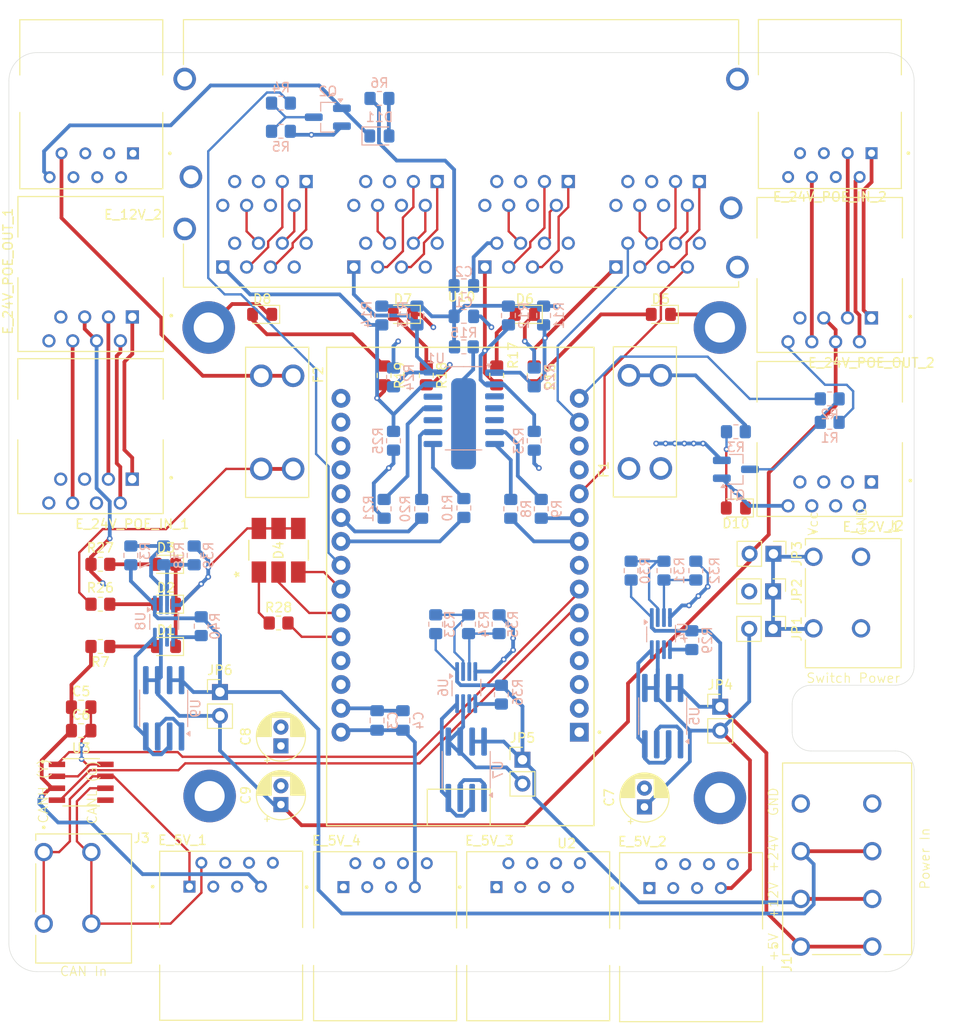
<source format=kicad_pcb>
(kicad_pcb (version 20240108) (generator "pcbnew") (generator_version "8.0")
  (layers (0 "F.Cu" signal) (1 "In1.Cu" signal) (2 "In2.Cu" signal) (31 "B.Cu" signal) (34 "B.Paste" user) (35 "F.Paste" user) (36 "B.SilkS" user "B.Silkscreen") (37 "F.SilkS" user "F.Silkscreen") (38 "B.Mask" user) (39 "F.Mask" user) (44 "Edge.Cuts" user))
  (net 0 "")
  (net 1 "GND")
  (net 2 "+12V")
  (net 3 "+5V")
  (net 4 "+24V")
  (net 5 "Net-(D1-A)")
  (net 6 "Net-(D2-A)")
  (net 7 "Net-(D3-A)")
  (net 8 "LED_G")
  (net 9 "LED_B")
  (net 10 "Net-(D4-Pad1)")
  (net 11 "Net-(D5-A)")
  (net 12 "Net-(D6-A)")
  (net 13 "Net-(D7-A)")
  (net 14 "Net-(D8-A)")
  (net 15 "Net-(D10-A)")
  (net 16 "Net-(D11-A)")
  (net 20 "CANL")
  (net 22 "CANH")
  (net 37 "Net-(E_12V_1-Pad7)")
  (net 38 "ACC1_LOAD_LOW")
  (net 45 "ACC2_LOAD_LOW")
  (net 47 "Net-(E_12V_2-Pad7)")
  (net 52 "RX+_2")
  (net 53 "RX+_3")
  (net 54 "TX-_1")
  (net 56 "TX+_0")
  (net 58 "RX-_3")
  (net 59 "PWM_0")
  (net 60 "CAM_POW_0")
  (net 61 "PWM_1")
  (net 62 "TX+_2")
  (net 65 "TX-_0")
  (net 67 "RX+_0")
  (net 72 "RX-_1")
  (net 73 "TX+_3")
  (net 74 "TX-_3")
  (net 75 "TX-_2")
  (net 77 "TX+_1")
  (net 78 "RX+_1")
  (net 85 "RX-_0")
  (net 86 "CAM_POW_1")
  (net 88 "RX-_2")
  (net 90 "CAM_POW_2")
  (net 94 "CAM_POW_3")
  (net 96 "Net-(E_24V_POE_IN_1-Pad3)")
  (net 98 "Net-(E_24V_POE_IN_1-Pad1)")
  (net 100 "Net-(E_24V_POE_IN_1-Pad2)")
  (net 101 "Net-(E_24V_POE_IN_1-Pad6)")
  (net 103 "Net-(E_24V_POE_IN_2-Pad6)")
  (net 104 "Net-(E_24V_POE_IN_2-Pad1)")
  (net 106 "Net-(E_24V_POE_IN_2-Pad3)")
  (net 108 "Net-(E_24V_POE_IN_2-Pad2)")
  (net 111 "Net-(J2-Pin_1)")
  (net 112 "+5V IN")
  (net 113 "+12V IN")
  (net 114 "+24V IN")
  (net 115 "Net-(Q1-G)")
  (net 116 "Net-(Q2-G)")
  (net 117 "ACC1_CONTROL")
  (net 118 "ACC2_CONTROL")
  (net 119 "Net-(U1-IN0)")
  (net 120 "CAM_SIGN_0")
  (net 121 "Net-(U1-IN1)")
  (net 122 "CAM_SIGN_1")
  (net 123 "CAM_SIGN_2")
  (net 124 "Net-(U1-IN2)")
  (net 125 "Net-(U1-VS)")
  (net 126 "CAM_SIGN_3")
  (net 127 "Net-(U1-IN3)")
  (net 128 "Net-(U1-GND)")
  (net 129 "LED_R")
  (net 130 "Net-(U4-SHDN)")
  (net 131 "Net-(U4-UV)")
  (net 132 "Net-(U4-OV)")
  (net 133 "Net-(U6-UV)")
  (net 134 "Net-(U6-OV)")
  (net 135 "Net-(U6-SHDN)")
  (net 136 "Net-(U8-UV)")
  (net 137 "Net-(U8-OV)")
  (net 138 "Net-(U8-SHDN)")
  (net 144 "TXC")
  (net 146 "RXC")
  (net 147 "Net-(U4-GATE)")
  (net 149 "Net-(U5-S1)")
  (net 150 "Net-(U6-GATE)")
  (net 152 "Net-(U7-S1)")
  (net 153 "Net-(U8-GATE)")
  (net 155 "Net-(U9-S1)")
  (footprint "54601-908WPLF:AMPHENOL_54601-908WPLF" (layer "F.Cu") (at 108.516 23.98 180)
    (property "Reference" "E_24V_POE_IN_2")
    (property "Value" "RJ45")
  )
  (footprint "3568-20:FUSE_3568-20" (layer "F.Cu") (at 49.6 59 -90)
    (property "Reference" "F2")
    (property "Value" "Fuse")
  )
  (footprint "LED_SMD:LED_0805_2012Metric_Pad1.15x1.40mm_HandSolder" (layer "F.Cu") (at 90.5 47.5 180)
    (property "Reference" "D5")
    (property "Value" "Y")
  )
  (footprint "Resistor_SMD:R_0805_2012Metric_Pad1.20x1.40mm_HandSolder" (layer "F.Cu") (at 30.75 74.12 180)
    (property "Reference" "R27")
    (property "Value" "10k")
  )
  (footprint "CRJ036-5-TH:CUI_CRJ036-5-TH" (layer "F.Cu") (at 69.2 27 180)
    (property "Reference" "U10")
    (property "Value" "~")
  )
  (footprint "LED_SMD:LED_0805_2012Metric_Pad1.15x1.40mm_HandSolder" (layer "F.Cu") (at 63 47.5 180)
    (property "Reference" "D7")
    (property "Value" "Y")
  )
  (footprint "footprints:CLP6C-FKB-CKNPRGJBB7A363_CRE-M" (layer "F.Cu") (at 49.75 72.62 90)
    (property "Reference" "D4")
    (property "Value" "CLP6C-FKB-CKNPRGJBB7A363")
  )
  (footprint "A-2014-2-4-N-T-R:ASSMANN_A-2014-2-4-N-T-R" (layer "F.Cu") (at 108.5 59 180)
    (property "Reference" "E_12V_1")
    (property "Value" "RJ45")
  )
  (footprint "Connector_PinHeader_2.54mm:PinHeader_1x02_P2.54mm_Vertical" (layer "F.Cu") (at 102.46 77 -90)
    (property "Reference" "JP2")
    (property "Value" "Jumper_2_Open")
  )
  (footprint "MountingHole:MountingHole_3.2mm_M3_DIN965_Pad_TopBottom" (layer "F.Cu") (at 42.3 48.9)
    (property "Reference" "H1" (hide yes))
    (property "Value" "MountingHole_Pad")
  )
  (footprint "A-2014-2-4-N-T-R:ASSMANN_A-2014-2-4-N-T-R" (layer "F.Cu") (at 29.7125 41.43 180)
    (property "Reference" "E_24V_POE_OUT_1")
    (property "Value" "RJ45")
  )
  (footprint "Resistor_SMD:R_0805_2012Metric_Pad1.20x1.40mm_HandSolder" (layer "F.Cu") (at 30.75 78.37 180)
    (property "Reference" "R26")
    (property "Value" "10k")
  )
  (footprint "1790335:PHOENIX_1790335_2pin" (layer "F.Cu") (at 23.8625 116.4875)
    (property "Reference" "J3")
    (property "Value" "Screw_Terminal_01x02")
  )
  (footprint "54601-908WPLF:AMPHENOL_54601-908WPLF" (layer "F.Cu") (at 93.725 114.95)
    (property "Reference" "E_5V_2")
    (property "Value" "RJ45")
  )
  (footprint "Capacitor_THT:CP_Radial_D5.0mm_P2.00mm" (layer "F.Cu") (at 88.75 99.96 90)
    (property "Reference" "C7")
    (property "Value" "100uf")
  )
  (footprint "54601-908WPLF:AMPHENOL_54601-908WPLF" (layer "F.Cu") (at 29.784 24 180)
    (property "Reference" "E_12V_2")
    (property "Value" "RJ45")
  )
  (footprint "Resistor_SMD:R_0805_2012Metric_Pad1.20x1.40mm_HandSolder" (layer "F.Cu") (at 77 54 90)
    (property "Reference" "R16")
    (property "Value" "10k")
  )
  (footprint "Capacitor_THT:CP_Radial_D5.0mm_P2.00mm" (layer "F.Cu") (at 50 93.46 90)
    (property "Reference" "C8")
    (property "Value" "100uf")
  )
  (footprint "LED_SMD:LED_0805_2012Metric_Pad1.15x1.40mm_HandSolder" (layer "F.Cu") (at 37.75 78.37 180)
    (property "Reference" "D2")
    (property "Value" "Y")
  )
  (footprint "LED_SMD:LED_0805_2012Metric_Pad1.15x1.40mm_HandSolder" (layer "F.Cu") (at 76 47.5 180)
    (property "Reference" "D6")
    (property "Value" "Y")
  )
  (footprint "LED_SMD:LED_0805_2012Metric_Pad1.15x1.40mm_HandSolder" (layer "F.Cu") (at 48 47.5 180)
    (property "Reference" "D8")
    (property "Value" "Y")
  )
  (footprint "LED_SMD:LED_0805_2012Metric_Pad1.15x1.40mm_HandSolder" (layer "F.Cu") (at 98.5 68.12 180)
    (property "Reference" "D10")
    (property "Value" "G")
  )
  (footprint "Connector_PinHeader_2.54mm:PinHeader_1x02_P2.54mm_Vertical" (layer "F.Cu") (at 43.5 87.725)
    (property "Reference" "JP6")
    (property "Value" "Jumper_2_Open")
  )
  (footprint "TJA1050T_CM_118:SOIC127P600X175-8N" (layer "F.Cu") (at 28.705 97.335)
    (property "Reference" "U3")
    (property "Value" "TJA1050T_CM_118")
  )
  (footprint "Resistor_SMD:R_0805_2012Metric_Pad1.20x1.40mm_HandSolder" (layer "F.Cu") (at 49.75 80.37)
    (property "Reference" "R28")
    (property "Value" "68")
  )
  (footprint "Connector_PinHeader_2.54mm:PinHeader_1x02_P2.54mm_Vertical" (layer "F.Cu") (at 102.46 81 -90)
    (property "Reference" "JP1")
    (property "Value" "Jumper_2_Open")
  )
  (footprint "Connector_PinHeader_2.54mm:PinHeader_1x02_P2.54mm_Vertical" (layer "F.Cu") (at 102.5 73 -90)
    (property "Reference" "JP3")
    (property "Value" "Jumper_2_Open")
  )
  (footprint "1790335:PHOENIX_1790335_4pin" (layer "F.Cu") (at 117.1375 115.6875 90)
    (property "Reference" "J1")
    (property "Value" "Screw_Terminal_01x04")
  )
  (footprint "ESP32-DEVKIT-V1:MODULE_ESP32_DEVKIT_V1" (layer "F.Cu") (at 69.1 76.485 180)
    (property "Reference" "U2")
    (property "Value" "~")
  )
  (footprint "54601-908WPLF:AMPHENOL_54601-908WPLF" (layer "F.Cu") (at 61.104 114.85)
    (property "Reference" "E_5V_4")
    (property "Value" "RJ45")
  )
  (footprint "Capacitor_SMD:C_0805_2012Metric_Pad1.18x1.45mm_HandSolder" (layer "F.Cu") (at 28.705 91.835)
    (property "Reference" "C6")
    (property "Value" "100nF")
  )
  (footprint "Resistor_SMD:R_0805_2012Metric_Pad1.20x1.40mm_HandSolder" (layer "F.Cu") (at 61 54 -90)
    (property "Reference" "R19")
    (property "Value" "10k")
  )
  (footprint "Resistor_SMD:R_0805_2012Metric_Pad1.20x1.40mm_HandSolder" (layer "F.Cu") (at 73 54 -90)
    (property "Reference" "R17")
    (property "Value" "10k")
  )
  (footprint "54601-908WPLF:AMPHENOL_54601-908WPLF" (layer "F.Cu") (at 77.425 114.85)
    (property "Reference" "E_5V_3")
    (property "Value" "RJ45")
  )
  (footprint "MountingHole:MountingHole_3.2mm_M3_DIN965_Pad_TopBottom" (layer "F.Cu") (at 42.4 98.8)
    (property "Reference" "H4" (hide yes))
    (property "Value" "MountingHole_Pad")
  )
  (footprint "A-2014-2-4-N-T-R:ASSMANN_A-2014-2-4-N-T-R" (layer "F.Cu") (at 29.7 58.7 180)
    (property "Reference" "E_24V_POE_IN_1")
    (property "Value" "RJ45")
  )
  (footprint "Capacitor_SMD:C_0805_2012Metric_Pad1.18x1.45mm_HandSolder" (layer "F.Cu") (at 28.705 89.335)
    (property "Reference" "C5")
    (property "Value" "10uF")
  )
  (footprint "Resistor_SMD:R_0805_2012Metric_Pad1.20x1.40mm_HandSolder" (layer "F.Cu") (at 30.75 82.87 180)
    (property "Reference" "R7")
    (property "Value" "10k")
  )
  (footprint "Capacitor_THT:CP_Radial_D5.0mm_P2.00mm" (layer "F.Cu") (at 50 99.71 90)
    (property "Reference" "C9")
    (property "Value" "100uf")
  )
  (footprint "MountingHole:MountingHole_3.2mm_M3_DIN965_Pad_TopBottom" (layer "F.Cu") (at 96.8 99)
    (property "Reference" "H3" (hide yes))
    (property "Value" "MountingHole_Pad")
  )
  (footprint "LED_SMD:LED_0805_2012Metric_Pad1.15x1.40mm_HandSolder" (layer "F.Cu") (at 37.75 74.12 180)
    (property "Reference" "D3")
    (property "Value" "R")
  )
  (footprint "Connector_PinHeader_2.54mm:PinHeader_1x02_P2.54mm_Vertical" (layer "F.Cu") (at 96.83 89.29)
    (property "Reference" "JP4")
    (property "Value" "Jumper_2_Open")
  )
  (footprint "1790335:PHOENIX_1790335_2pin" (layer "F.Cu") (at 105.9125 85.0375)
    (property "Reference" "J2")
    (property "Value" "Screw_Terminal_01x02")
  )
  (footprint "54601-908WPLF:AMPHENOL_54601-908WPLF" (layer "F.Cu") (at 44.694 114.8)
    (property "Reference" "E_5V_1")
    (property "Value" "RJ45")
  )
  (footprint "MountingHole:MountingHole_3.2mm_M3_DIN965_Pad_TopBottom" (layer "F.Cu") (at 96.8 48.9)
    (property "Reference" "H2" (hide yes))
    (property "Value" "MountingHole_Pad")
  )
  (footprint "Connector_PinHeader_2.54mm:PinHeader_1x02_P2.54mm_Vertical" (layer "F.Cu") (at 75.75 94.935)
    (property "Reference" "JP5")
    (property "Value" "Jumper_2_Open")
  )
  (footprint "LED_SMD:LED_0805_2012Metric_Pad1.15x1.40mm_HandSolder" (layer "F.Cu") (at 37.75 82.87 180)
    (property "Reference" "D1")
    (property "Value" "B")
  )
  (footprint "Resistor_SMD:R_0805_2012Metric_Pad1.20x1.40mm_HandSolder" (layer "F.Cu") (at 65.5 54 -90)
    (property "Reference" "R18")
    (property "Value" "10k")
  )
  (footprint "3568-20:FUSE_3568-20" (layer "F.Cu") (at 88.8 58.95 90)
    (property "Reference" "F1")
    (property "Value" "Fuse")
  )
  (footprint "A-2014-2-4-N-T-R:ASSMANN_A-2014-2-4-N-T-R" (layer "F.Cu") (at 108.5 41.53 180)
    (property "Reference" "E_24V_POE_OUT_2")
    (property "Value" "RJ45")
  )
  (footprint "Custom:SOIC-8-1EP_3.9x4.9mm_P1.27mm_hand_solder" (layer "B.Cu") (at 69.75 96 90)
    (property "Reference" "U7")
    (property "Value" "~")
  )
  (footprint "Resistor_SMD:R_0805_2012Metric_Pad1.20x1.40mm_HandSolder" (layer "B.Cu") (at 77 60.96 -90)
    (property "Reference" "R23")
    (property "Value" "47k")
  )
  (footprint "Resistor_SMD:R_0805_2012Metric_Pad1.20x1.40mm_HandSolder" (layer "B.Cu") (at 64.5 47.62 90)
    (property "Reference" "R13")
    (property "Value" "0")
  )
  (footprint "Resistor_SMD:R_0805_2012Metric_Pad1.20x1.40mm_HandSolder" (layer "B.Cu") (at 60.5 24.5 180)
    (property "Reference" "R6")
    (property "Value" "10k")
  )
  (footprint "Resistor_SMD:R_0805_2012Metric_Pad1.20x1.40mm_HandSolder" (layer "B.Cu") (at 73.5 88 90)
    (property "Reference" "R36")
    (property "Value" "100k")
  )
  (footprint "Resistor_SMD:R_0805_2012Metric_Pad1.20x1.40mm_HandSolder" (layer "B.Cu") (at 90.83 74.79 90)
    (property "Reference" "R31")
    (property "Value" "200k")
  )
  (footprint "Resistor_SMD:R_0805_2012Metric_Pad1.20x1.40mm_HandSolder" (layer "B.Cu") (at 74.5 68.21 90)
    (property "Reference" "R8")
    (property "Value" "10k")
  )
  (footprint "Package_TO_SOT_SMD:SOT-23_Handsoldering" (layer "B.Cu") (at 55 26.5 180)
    (property "Reference" "Q2")
    (property "Value" "GSF2302")
  )
  (footprint "Resistor_SMD:R_0805_2012Metric_Pad1.20x1.40mm_HandSolder" (layer "B.Cu") (at 61 68.21 -90)
    (property "Reference" "R21")
    (property "Value" "1k")
  )
  (footprint "Resistor_SMD:R_0805_2012Metric_Pad1.20x1.40mm_HandSolder" (layer "B.Cu") (at 73.25 80.5 -90)
    (property "Reference" "R35")
    (property "Value" "262k")
  )
  (footprint "Resistor_SMD:R_0805_2012Metric_Pad1.20x1.40mm_HandSolder" (layer "B.Cu") (at 50 25 180)
    (property "Reference" "R4")
    (property "Value" "10k")
  )
  (footprint "LED_SMD:LED_0805_2012Metric_Pad1.15x1.40mm_HandSolder" (layer "B.Cu") (at 60.5 28.5)
    (property "Reference" "D11")
    (property "Value" "G")
  )
  (footprint "Package_TO_SOT_SMD:TSOT-23-8_HandSoldering" (layer "B.Cu") (at 90.5 81.5 -90)
    (property "Reference" "U4")
    (property "Value" "~")
  )
  (footprint "Resistor_SMD:R_0805_2012Metric_Pad1.20x1.40mm_HandSolder" (layer "B.Cu") (at 70 80.5 90)
    (property "Reference" "R34")
    (property "Value" "240k")
  )
  (footprint "Resistor_SMD:R_0805_2012Metric_Pad1.20x1.40mm_HandSolder" (layer "B.Cu") (at 41.5 80.71 90)
    (property "Reference" "R40")
    (property "Value" "100k")
  )
  (footprint "Resistor_SMD:R_0805_2012Metric_Pad1.20x1.40mm_HandSolder" (layer "B.Cu") (at 40.75 73.17 -90)
    (property "Reference" "R39")
    (property "Value" "30k")
  )
  (footprint "Resistor_SMD:R_0805_2012Metric_Pad1.20x1.40mm_HandSolder" (layer "B.Cu") (at 78 47.62 90)
    (property "Reference" "R11")
    (property "Value" "0")
  )
  (footprint "Capacitor_SMD:C_0805_2012Metric_Pad1.18x1.45mm_HandSolder" (layer "B.Cu") (at 69.5 47.71)
    (property "Reference" "C1")
    (property "Value" "100nf")
  )
  (footprint "Resistor_SMD:R_0805_2012Metric_Pad1.20x1.40mm_HandSolder" (layer "B.Cu") (at 93.8 82.2 90)
    (property "Reference" "R29")
    (property "Value" "100k")
  )
  (footprint "Resistor_SMD:R_0805_2012Metric_Pad1.20x1.40mm_HandSolder" (layer "B.Cu") (at 50 28)
    (property "Reference" "R5")
    (property "Value" "10k")
  )
  (footprint "Package_SO:SOIC-14_3.9x8.7mm_P1.27mm" (layer "B.Cu") (at 69.4675 57.5 180)
    (property "Reference" "U1")
    (property "Value" "~")
  )
  (footprint "Resistor_SMD:R_0805_2012Metric_Pad1.20x1.40mm_HandSolder" (layer "B.Cu") (at 74.25 47.62 90)
    (property "Reference" "R12")
    (property "Value" "0")
  )
  (footprint "Package_TO_SOT_SMD:TSOT-23-8_HandSoldering" (layer "B.Cu") (at 69.75 87.25 -90)
    (property "Reference" "U6")
    (property "Value" "~")
  )
  (footprint "Resistor_SMD:R_0805_2012Metric_Pad1.20x1.40mm_HandSolder" (layer "B.Cu") (at 62 54.21 90)
    (property "Reference" "R24")
    (property "Value" "47k")
  )
  (footprint "Resistor_SMD:R_0805_2012Metric_Pad1.20x1.40mm_HandSolder" (layer "B.Cu") (at 98.5 60)
    (property "Reference" "R3")
    (property "Value" "10k")
  )
  (footprint "Resistor_SMD:R_0805_2012Metric_Pad1.20x1.40mm_HandSolder" (layer "B.Cu") (at 77.75 68.21 90)
    (property "Reference" "R9")
    (property "Value" "10k")
  )
  (footprint "Resistor_SMD:R_0805_2012Metric_Pad1.20x1.40mm_HandSolder" (layer "B.Cu") (at 65 68.21 90)
    (property "Reference" "R20")
    (property "Value" "10k")
  )
  (footprint "Package_TO_SOT_SMD:SOT-23_Handsoldering" (layer "B.Cu") (at 98.5 64)
    (property "Reference" "Q1")
    (property "Value" "GSF2302")
  )
  (footprint "Resistor_SMD:R_0805_2012Metric_Pad1.20x1.40mm_HandSolder" (layer "B.Cu") (at 108.5 59)
    (property "Reference" "R1")
    (property "Value" "10k")
  )
  (footprint "Package_TO_SOT_SMD:TSOT-23-8_HandSoldering" (layer "B.Cu") (at 37.53 80.17 -90)
    (property "Reference" "U8")
    (property "Value" "~")
  )
  (footprint "Resistor_SMD:R_0805_2012Metric_Pad1.20x1.40mm_HandSolder" (layer "B.Cu") (at 94.23 74.79 -90)
    (property "Reference" "R32")
    (property "Value" "100k")
  )
  (footprint "Resistor_SMD:R_0805_2012Metric_Pad1.20x1.40mm_HandSolder" (layer "B.Cu") (at 60.75 47.62 90)
    (property "Reference" "R14")
    (property "Value" "0")
  )
  (footprint "Resistor_SMD:R_0805_2012Metric_Pad1.20x1.40mm_HandSolder" (layer "B.Cu") (at 69.5 50.96)
    (property "Reference" "R15")
    (property "Value" "0")
  )
  (footprint "Resistor_SMD:R_0805_2012Metric_Pad1.20x1.40mm_HandSolder" (layer "B.Cu") (at 87.33 74.79 -90)
    (property "Reference" "R30")
    (property "Value" "1.8M")
  )
  (footprint "Resistor_SMD:R_0805_2012Metric_Pad1.20x1.40mm_HandSolder" (layer "B.Cu") (at 37.5 73.17 90)
    (property "Reference" "R38")
    (property "Value" "270k")
  )
  (footprint "Resistor_SMD:R_0805_2012Metric_Pad1.20x1.40mm_HandSolder" (layer "B.Cu") (at 34 73.17 -90)
    (property "Reference" "R37")
    (property "Value" "13M")
  )
  (footprint "Capacitor_SMD:C_0805_2012Metric_Pad1.18x1.45mm_HandSolder" (layer "B.Cu") (at 60.25 90.75 90)
    (property "Reference" "C3")
    (property "Value" "10uf")
  )
  (footprint "Resistor_SMD:R_0805_2012Metric_Pad1.20x1.40mm_HandSolder" (layer "B.Cu") (at 62 60.96 -90)
    (property "Reference" "R25")
    (property "Value" "47k")
  )
  (footprint "Resistor_SMD:R_0805_2012Metric_Pad1.20x1.40mm_HandSolder" (layer "B.Cu") (at 108.5 56.5)
    (property "Reference" "R2")
    (property "Value" "10k")
  )
  (footprint "Custom:SOIC-8-1EP_3.9x4.9mm_P1.27mm_hand_solder" (layer "B.Cu") (at 90.695 90.29 90)
    (property "Reference" "U5")
    (property "Value" "~")
  )
  (footprint "Capacitor_SMD:C_0805_2012Metric_Pad1.18x1.45mm_HandSolder" (layer "B.Cu") (at 69.5 44.46)
    (property "Reference" "C2")
    (property "Value" "10uf")
  )
  (footprint "Capacitor_SMD:C_0805_2012Metric_Pad1.18x1.45mm_HandSolder" (layer "B.Cu") (at 63 90.75 90)
    (property "Reference" "C4")
    (property "Value" "100nf")
  )
  (footprint "Resistor_SMD:R_0805_2012Metric_Pad1.20x1.40mm_HandSolder" (layer "B.Cu") (at 77 54.21 90)
    (property "Reference" "R22")
    (property "Value" "47k")
  )
  (footprint "Custom:SOIC-8-1EP_3.9x4.9mm_P1.27mm_hand_solder" (layer "B.Cu") (at 37.5 89.46 90)
    (property "Reference" "U9")
    (property "Value" "~")
  )
  (footprint "Resistor_SMD:R_0805_2012Metric_Pad1.20x1.40mm_HandSolder" (layer "B.Cu") (at 69.5 68.12 90)
    (property "Reference" "R10")
    (property "Value" "10k")
  )
  (footprint "Resistor_SMD:R_0805_2012Metric_Pad1.20x1.40mm_HandSolder" (layer "B.Cu") (at 66.5 80.5 -90)
    (property "Reference" "R33")
    (property "Value" "6.2M")
  )
  (gr_line (start 104.5 89) (end 104.5 92) (stroke (width 0.05)) (layer "Edge.Cuts"))
  (gr_line (start 24 19.62132) (end 114.5 19.62132) (stroke (width 0.05)) (layer "Edge.Cuts"))
  (gr_arc (start 117.5 85) (mid 116.914214 86.414214) (end 115.5 87) (stroke (width 0.05)) (layer "Edge.Cuts"))
  (gr_arc (start 117.5 114.5) (mid 116.62132 116.62132) (end 114.5 117.5) (stroke (width 0.05)) (layer "Edge.Cuts"))
  (gr_line (start 114.5 117.5) (end 24 117.5) (stroke (width 0.05)) (layer "Edge.Cuts"))
  (gr_arc (start 21 22.62132) (mid 21.87868 20.5) (end 24 19.62132) (stroke (width 0.05)) (layer "Edge.Cuts"))
  (gr_arc (start 104.5 89) (mid 105.085786 87.585786) (end 106.5 87) (stroke (width 0.05)) (layer "Edge.Cuts"))
  (gr_arc (start 115.5 94) (mid 116.914214 94.585786) (end 117.5 96) (stroke (width 0.05)) (layer "Edge.Cuts"))
  (gr_line (start 106.5 87) (end 115.5 87) (stroke (width 0.05)) (layer "Edge.Cuts"))
  (gr_line (start 21 114.5) (end 21 22.62132) (stroke (width 0.05)) (layer "Edge.Cuts"))
  (gr_arc (start 106.5 94) (mid 105.085786 93.414214) (end 104.5 92) (stroke (width 0.05)) (layer "Edge.Cuts"))
  (gr_line (start 117.5 22.62132) (end 117.5 85) (stroke (width 0.05)) (layer "Edge.Cuts"))
  (gr_arc (start 24 117.5) (mid 21.87868 116.62132) (end 21 114.5) (stroke (width 0.05)) (layer "Edge.Cuts"))
  (gr_line (start 117.5 96) (end 117.5 114.5) (stroke (width 0.05)) (layer "Edge.Cuts"))
  (gr_arc (start 114.5 19.62132) (mid 116.62132 20.5) (end 117.5 22.62132) (stroke (width 0.05)) (layer "Edge.Cuts"))
  (gr_line (start 115.5 94) (end 106.5 94) (stroke (width 0.05)) (layer "Edge.Cuts"))
  (segment (start 98.66 36.815) (end 97.995 36.15) (width 0.4) (layer "F.Cu") (net 1))
  (segment (start 76 48.525) (end 77.025 47.5) (width 0.4) (layer "F.Cu") (net 1))
  (segment (start 29.7425 91.835) (end 29.7425 89.335) (width 0.25) (layer "F.Cu") (net 1))
  (segment (start 49.025 47.5) (end 48.676166 47.5) (width 0.4) (layer "F.Cu") (net 1))
  (segment (start 28.75 93.37) (end 28.75 92.8275) (width 0.25) (layer "F.Cu") (net 1))
  (segment (start 29.75 95.43) (end 29.31 95.43) (width 0.25) (layer "F.Cu") (net 1))
  (segment (start 29.75 95.43) (end 31.29 95.43) (width 0.25) (layer "F.Cu") (net 1))
  (segment (start 29.31 95.43) (end 28.75 94.87) (width 0.25) (layer "F.Cu") (net 1))
  (segment (start 51.849998 70.2959) (end 49.75 70.2959) (width 0.25) (layer "F.Cu") (net 1))
  (segment (start 46.4141 70.2959) (end 42.25 74.46) (width 0.25) (layer "F.Cu") (net 1))
  (segment (start 48.676166 47.5) (end 47.576166 46.4) (width 0.4) (layer "F.Cu") (net 1))
  (segment (start 64.88 47.5) (end 66.25 48.87) (width 0.4) (layer "F.Cu") (net 1))
  (segment (start 26.12 96.7) (end 28.360176 96.7) (width 0.25) (layer "F.Cu") (net 1))
  (segment (start 38.775 78.37) (end 39.34 78.37) (width 0.4) (layer "F.Cu") (net 1))
  (segment (start 39.34 78.37) (end 41.5 76.21) (width 0.4) (layer "F.Cu") (net 1))
  (segment (start 47.649999 70.2959) (end 46.4141 70.2959) (width 0.25) (layer "F.Cu") (net 1))
  (segment (start 47.576166 46.4) (end 44.8 46.4) (width 0.4) (layer "F.Cu") (net 1))
  (segment (start 64.025 47.5) (end 64.88 47.5) (width 0.4) (layer "F.Cu") (net 1))
  (segment (start 29.630176 95.43) (end 29.75 95.43) (width 0.25) (layer "F.Cu") (net 1))
  (segment (start 47.845 70.445) (end 47.87 70.42) (width 0.4) (layer "F.Cu") (net 1))
  (segment (start 38.775 78.37) (end 38.775 82.87) (width 0.4) (layer "F.Cu") (net 1))
  (segment (start 95.4 47.5) (end 96.8 48.9) (width 0.4) (layer "F.Cu") (net 1))
  (segment (start 28.360176 96.7) (end 29.630176 95.43) (width 0.25) (layer "F.Cu") (net 1))
  (segment (start 38.775 74.12) (end 38.775 78.37) (width 0.4) (layer "F.Cu") (net 1))
  (segment (start 91.525 47.5) (end 95.4 47.5) (width 0.4) (layer "F.Cu") (net 1))
  (segment (start 28.75 92.8275) (end 29.7425 91.835) (width 0.25) (layer "F.Cu") (net 1))
  (segment (start 76 50.37) (end 76 48.525) (width 0.4) (layer "F.Cu") (net 1))
  (segment (start 49.75 70.2959) (end 47.649999 70.2959) (width 0.25) (layer "F.Cu") (net 1))
  (segment (start 44.8 46.4) (end 42.3 48.9) (width 0.4) (layer "F.Cu") (net 1))
  (via (at 92 61.25) (size 0.6) (drill 0.3) (layers "F.Cu" "B.Cu") (net 1))
  (via (at 93 61.25) (size 0.6) (drill 0.3) (layers "F.Cu" "B.Cu") (net 1))
  (via (at 95 61.25) (size 0.6) (drill 0.3) (layers "F.Cu" "B.Cu") (net 1))
  (via (at 28.75 94.87) (size 0.6) (drill 0.3) (layers "F.Cu" "B.Cu") (net 1))
  (via (at 41.5 76.21) (size 0.6) (drill 0.3) (layers "F.Cu" "B.Cu") (net 1))
  (via (at 90 61.25) (size 0.6) (drill 0.3) (layers "F.Cu" "B.Cu") (net 1))
  (via (at 61.5 63.87) (size 0.6) (drill 0.3) (layers "F.Cu" "B.Cu") (net 1))
  (via (at 74.75 82) (size 0.6) (drill 0.3) (layers "F.Cu" "B.Cu") (net 1))
  (via (at 72.44 48.87) (size 0.6) (drill 0.3) (layers "F.Cu" "B.Cu") (net 1))
  (via (at 91 61.25) (size 0.6) (drill 0.3) (layers "F.Cu" "B.Cu") (net 1))
  (via (at 77.5 63.87) (size 0.6) (drill 0.3) (layers "F.Cu" "B.Cu") (net 1))
  (via (at 66.25 48.87) (size 0.6) (drill 0.3) (layers "F.Cu" "B.Cu") (net 1))
  (via (at 42.25 74.46) (size 0.6) (drill 0.3) (layers "F.Cu" "B.Cu") (net 1))
  (via (at 94.5 77.5) (size 0.6) (drill 0.3) (layers "F.Cu" "B.Cu") (net 1))
  (via (at 95.5 76.5) (size 0.6) (drill 0.3) (layers "F.Cu" "B.Cu") (net 1))
  (via (at 53.25 28.37) (size 0.6) (drill 0.3) (layers "F.Cu" "B.Cu") (net 1))
  (via (at 62.5 50.37) (size 0.6) (drill 0.3) (layers "F.Cu" "B.Cu") (net 1))
  (via (at 94 61.25) (size 0.6) (drill 0.3) (layers "F.Cu" "B.Cu") (net 1))
  (via (at 93.5 78.5) (size 0.6) (drill 0.3) (layers "F.Cu" "B.Cu") (net 1))
  (via (at 76 50.37) (size 0.6) (drill 0.3) (layers "F.Cu" "B.Cu") (net 1))
  (via (at 73.75 84.25) (size 0.6) (drill 0.3) (layers "F.Cu" "B.Cu") (net 1))
  (via (at 28.75 93.37) (size 0.6) (drill 0.3) (layers "F.Cu" "B.Cu") (net 1))
  (via (at 74.75 83.25) (size 0.6) (drill 0.3) (layers "F.Cu" "B.Cu") (net 1))
  (via (at 42.25 75.46) (size 0.6) (drill 0.3) (layers "F.Cu" "B.Cu") (net 1))
  (segment (start 95.5 75.06) (end 94.23 73.79) (width 0.25) (layer "B.Cu") (net 1))
  (segment (start 55.58 28.37) (end 51.37 28.37) (width 0.4) (layer "B.Cu") (net 1))
  (segment (start 51.37 28.37) (end 51 28) (width 0.4) (layer "B.Cu") (net 1))
  (segment (start 95.5 76.5) (end 95.5 75.06) (width 0.25) (layer "B.Cu") (net 1))
  (segment (start 42.25 73.67) (end 42.25 74.46) (width 0.4) (layer "B.Cu") (net 1))
  (segment (start 42.25 74.46) (end 42.25 75.46) (width 0.4) (layer "B.Cu") (net 1))
  (segment (start 70.5375 47.71) (end 71.28 47.71) (width 0.4) (layer "B.Cu") (net 1))
  (segment (start 77 63.37) (end 77.5 63.87) (width 0.4) (layer "B.Cu") (net 1))
  (segment (start 73.75 84.25) (end 74.75 83.25) (width 0.4) (layer "B.Cu") (net 1))
  (segment (start 94.5 77.5) (end 93.5 78.5) (width 0.4) (layer "B.Cu") (net 1))
  (segment (start 62 50.87) (end 62.5 50.37) (width 0.4) (layer "B.Cu") (net 1))
  (segment (start 74.75 83.25) (end 74.75 82) (width 0.4) (layer "B.Cu") (net 1))
  (segment (start 74.75 81) (end 73.25 79.5) (width 0.4) (layer "B.Cu") (net 1))
  (segment (start 59.9975 89.46) (end 60.25 89.7125) (width 0.4) (layer "B.Cu") (net 1))
  (segment (start 28.75 94.87) (end 28.75 93.37) (width 0.25) (layer "B.Cu") (net 1))
  (segment (start 39.25 78.46) (end 38.5 78.46) (width 0.4) (layer "B.Cu") (net 1))
  (segment (start 72.46 85.54) (end 73.75 84.25) (width 0.4) (layer "B.Cu") (net 1))
  (segment (start 70.5375 44.46) (end 70.5375 41.396894) (width 0.4) (layer "B.Cu") (net 1))
  (segment (start 40.75 72.17) (end 42.25 73.67) (width 0.4) (layer "B.Cu") (net 1))
  (segment (start 56.4 89.46) (end 59.9975 89.46) (width 0.4) (layer "B.Cu") (net 1))
  (segment (start 104.055 51.055) (end 104.055 50.42) (width 0.25) (layer "B.Cu") (net 1))
  (segment (start 111 57.5) (end 111 55.68995) (width 0.25) (layer "B.Cu") (net 1))
  (segment (start 56.5 27.45) (end 55.58 28.37) (width 0.4) (layer "B.Cu") (net 1))
  (segment (start 72.014394 39.92) (end 73.01 39.92) (width 0.4) (layer "B.Cu") (net 1))
  (segment (start 41.5 76.21) (end 39.25 78.46) (width 0.4) (layer "B.Cu") (net 1))
  (segment (start 94 61.25) (end 93.5 61.25) (width 0.4) (layer "B.Cu") (net 1))
  (segment (start 81.8025 89.4625) (end 81.8 89.46) (width 0.4) (layer "B.Cu") (net 1))
  (segment (start 93.5 78.5) (end 92.76 78.5) (width 0.4) (layer "B.Cu") (net 1))
  (segment (start 70.5375 41.396894) (end 72.014394 39.92) (width 0.4) (layer "B.Cu") (net 1))
  (segment (start 62 61.96) (end 62 63.37) (width 0.4) (layer "B.Cu") (net 1))
  (segment (start 95.2 61.25) (end 95 61.25) (width 0.4) (layer "B.Cu") (net 1))
  (segment (start 77 53.21) (end 77 51.37) (width 0.4) (layer "B.Cu") (net 1))
  (segment (start 111 55.68995) (end 110.31005 55) (width 0.25) (layer "B.Cu") (net 1))
  (segment (start 95 61.25) (end 94.75 61.25) (width 0.4) (layer "B.Cu") (net 1))
  (segment (start 59.9 68.11) (end 59.9 65.47) (width 0.4) (layer "B.Cu") (net 1))
  (segment (start 94.75 61.25) (end 94 61.25) (width 0.4) (layer "B.Cu") (net 1))
  (segment (start 62 63.37) (end 61.5 63.87) (width 0.4) (layer "B.Cu") (net 1))
  (segment (start 92.76 78.5) (end 91.47 79.79) (width 0.4) (layer "B.Cu") (net 1))
  (segment (start 77 61.96) (end 77 63.37) (width 0.4) (layer "B.Cu") (net 1))
  (segment (start 108 55) (end 104.055 51.055) (width 0.25) (layer "B.Cu") (net 1))
  (segment (start 93 61.25) (end 92 61.25) (width 0.4) (layer "B.Cu") (net 1))
  (segment (start 62 53.21) (end 62 50.87) (width 0.4) (layer "B.Cu") (net 1))
  (segment (start 42.25 75.46) (end 41.5 76.21) (width 0.4) (layer "B.Cu") (net 1))
  (segment (start 91 61.25) (end 90 61.25) (width 0.4) (layer "B.Cu") (net 1))
  (segment (start 60.25 89.7125) (end 63 89.7125) (width 0.4) (layer "B.Cu") (net 1))
  (segment (start 70.72 85.54) (end 72.46 85.54) (width 0.4) (layer "B.Cu") (net 1))
  (segment (start 77 51.37) (end 76 50.37) (width 0.4) (layer "B.Cu") (net 1))
  (segment (start 93.5 61.25) (end 93 61.25) (width 0.4) (layer "B.Cu") (net 1))
  (segment (start 61 69.21) (end 59.9 68.11) (width 0.4) (layer "B.Cu") (net 1))
  (segment (start 110.31005 55) (end 108 55) (width 0.25) (layer "B.Cu") (net 1))
  (segment (start 92 61.25) (end 91 61.25) (width 0.4) (layer "B.Cu") (net 1))
  (segment (start 59.9 65.47) (end 61.5 63.87) (width 0.4) (layer "B.Cu") (net 1))
  (segment (start 94.5 77.5) (end 95.5 76.5) (width 0.4) (layer "B.Cu") (net 1))
  (segment (start 109.5 59) (end 111 57.5) (width 0.25) (layer "B.Cu") (net 1))
  (segment (start 71.28 47.71) (end 72.44 48.87) (width 0.4) (layer "B.Cu") (net 1))
  (segment (start 74.75 82) (end 74.75 81) (width 0.4) (layer "B.Cu") (net 1))
  (segment (start 97 63.05) (end 95.2 61.25) (width 0.4) (layer "B.Cu") (net 1))
  (segment (start 31 70.37) (end 28.5 72.87) (width 0.25) (layer "F.Cu") (net 2))
  (segment (start 37.75 70.37) (end 31 70.37) (width 0.25) (layer "F.Cu") (net 2))
  (segment (start 28.5 77.12) (end 29.75 78.37) (width 0.25) (layer "F.Cu") (net 2))
  (segment (start 47.9 63.96) (end 51.3 63.96) (width 0.4) (layer "F.Cu") (net 2))
  (segment (start 44.16 63.96) (end 37.75 70.37) (width 0.25) (layer "F.Cu") (net 2))
  (segment (start 47.9 63.96) (end 44.16 63.96) (width 0.25) (layer "F.Cu") (net 2))
  (segment (start 28.5 72.87) (end 28.5 77.12) (width 0.25) (layer "F.Cu") (net 2))
  (via (at 79.5 46.62) (size 0.6) (drill 0.3) (layers "F.Cu" "B.Cu") (net 2))
  (segment (start 68.4625 32.0825) (end 67.5 31.12) (width 0.4) (layer "B.Cu") (net 2))
  (segment (start 70.75 95.75) (end 74.025 95.75) (width 0.4) (layer "B.Cu") (net 2))
  (segment (start 74.025 95.75) (end 75.75 97.475) (width 0.4) (layer "B.Cu") (net 2))
  (segment (start 69.2975 91.5475) (end 69.42 91.425) (width 0.4) (layer "B.Cu") (net 2))
  (segment (start 67.5 31.12) (end 62.343834 31.12) (width 0.4) (layer "B.Cu") (net 2))
  (segment (start 62.343834 31.12) (end 60.45 29.226166) (width 0.4) (layer "B.Cu") (net 2))
  (segment (start 74.215 46.585) (end 74.25 46.62) (width 0.4) (layer "B.Cu") (net 2))
  (segment (start 67.845 93) (end 69.2975 91.5475) (width 0.4) (layer "B.Cu") (net 2))
  (segment (start 66.09 47.71) (end 68.4625 47.71) (width 0.4) (layer "B.Cu") (net 2))
  (segment (start 65 46.62) (end 66.09 47.71) (width 0.4) (layer "B.Cu") (net 2))
  (segment (start 68.4625 47.71) (end 69.5875 46.585) (width 0.4) (layer "B.Cu") (net 2))
  (segment (start 94.19 53.99) (end 99.5 59.3) (width 0.4) (layer "B.Cu") (net 2))
  (segment (start 69.115 91.73) (end 69.2975 91.5475) (width 0.4) (layer "B.Cu") (net 2))
  (segment (start 74.25 46.62) (end 78 46.62) (width 0.4) (layer "B.Cu") (net 2))
  (segment (start 99.5 59.3) (end 99.5 60) (width 0.4) (layer "B.Cu") (net 2))
  (segment (start 69.115 93) (end 69.115 94.115) (width 0.4) (layer "B.Cu") (net 2))
  (segment (start 68.4625 50.9225) (end 68.5 50.96) (width 0.4) (layer "B.Cu") (net 2))
  (segment (start 68.4625 44.46) (end 68.4625 47.71) (width 0.4) (layer "B.Cu") (net 2))
  (segment (start 87.1 53.99) (end 90.5 53.99) (width 0.4) (layer "B.Cu") (net 2))
  (segment (start 75.75 97.7375) (end 75.75 97.475) (width 0.4) (layer "B.Cu") (net 2))
  (segment (start 69.5875 46.585) (end 74.215 46.585) (width 0.4) (layer "B.Cu") (net 2))
  (segment (start 60.75 46.62) (end 64.5 46.62) (width 0.4) (layer "B.Cu") (net 2))
  (segment (start 68.4625 44.46) (end 68.4625 32.0825) (width 0.4) (layer "B.Cu") (net 2))
  (segment (start 78 46.62) (end 79.5 46.62) (width 0.4) (layer "B.Cu") (net 2))
  (segment (start 69.42 91.425) (end 69.42 88.96) (width 0.4) (layer "B.Cu") (net 2))
  (segment (start 68.4625 47.71) (end 68.4625 50.9225) (width 0.4) (layer "B.Cu") (net 2))
  (segment (start 69.115 94.115) (end 70.75 95.75) (width 0.4) (layer "B.Cu") (net 2))
  (segment (start 64.5 46.62) (end 65 46.62) (width 0.4) (layer "B.Cu") (net 2))
  (segment (start 60.45 29.226166) (end 60.45 25.45) (width 0.4) (layer "B.Cu") (net 2))
  (segment (start 69.115 94.27) (end 67.845 93) (width 0.4) (layer "B.Cu") (net 2))
  (segment (start 69.115 93) (end 69.115 91.73) (width 0.4) (layer "B.Cu") (net 2))
  (segment (start 90.5 53.99) (end 94.19 53.99) (width 0.4) (layer "B.Cu") (net 2))
  (segment (start 60.45 25.45) (end 59.5 24.5) (width 0.4) (layer "B.Cu") (net 2))
  (segment (start 27.6675 91.835) (end 24.5 95.0025) (width 0.4) (layer "F.Cu") (net 3))
  (segment (start 98.02 108.6) (end 96.9 108.6) (width 0.4) (layer "F.Cu") (net 3))
  (segment (start 24.5 96.87) (end 25.6 97.97) (width 0.4) (layer "F.Cu") (net 3))
  (segment (start 25.4 97.97) (end 24.5 98.87) (width 0.4) (layer "F.Cu") (net 3))
  (segment (start 96.415113 91.415113) (end 96.83 91.83) (width 0.4) (layer "F.Cu") (net 3))
  (segment (start 29.75 84.87) (end 27.6675 86.9525) (width 0.4) (layer "F.Cu") (net 3))
  (segment (start 24.5 95.0025) (end 24.5 96.87) (width 0.4) (layer "F.Cu") (net 3))
  (segment (start 26.12 97.97) (end 25.4 97.97) (width 0.4) (layer "F.Cu") (net 3))
  (segment (start 27.6675 91.835) (end 27.6675 89.335) (width 0.4) (layer "F.Cu") (net 3))
  (segment (start 29.75 82.87) (end 29.75 84.87) (width 0.4) (layer "F.Cu") (net 3))
  (segment (start 100 95) (end 100 106.62) (width 0.4) (layer "F.Cu") (net 3))
  (segment (start 25.6 97.97) (end 26.12 97.97) (width 0.4) (layer "F.Cu") (net 3))
  (segment (start 100 106.62) (end 98.02 108.6) (width 0.4) (layer "F.Cu") (net 3))
  (segment (start 96.83 91.83) (end 100 95) (width 0.4) (layer "F.Cu") (net 3))
  (segment (start 27.6675 86.9525) (end 27.6675 89.335) (width 0.4) (layer "F.Cu") (net 3))
  (via (at 24.5 98.87) (size 0.6) (drill 0.3) (layers "F.Cu" "B.Cu") (net 3))
  (segment (start 47.869 108.45) (end 46.539 107.12) (width 0.4) (layer "B.Cu") (net 3))
  (segment (start 90.17 85.3) (end 90.17 87.18) (width 0.4) (layer "B.Cu") (net 3))
  (segment (start 99.92 88.74) (end 96.83 91.83) (width 0.4) (layer "B.Cu") (net 3))
  (segment (start 35.25 107.12) (end 29.75 101.62) (width 0.4) (layer "B.Cu") (net 3))
  (segment (start 93.588026 91.991974) (end 93.75 91.83) (width 0.4) (layer "B.Cu") (net 3))
  (segment (start 90.06 88.301974) (end 90.06 87.29) (width 0.4) (layer "B.Cu") (net 3))
  (segment (start 64.279 93.0665) (end 64.279 108.5) (width 0.4) (layer "B.Cu") (net 3))
  (segment (start 90.17 85.91) (end 90.17 85.3) (width 0.4) (layer "B.Cu") (net 3))
  (segment (start 60.25 91.7875) (end 56.6125 91.7875) (width 0.4) (layer "B.Cu") (net 3))
  (segment (start 63 91.7875) (end 64.279 93.0665) (width 0.4) (layer "B.Cu") (net 3))
  (segment (start 24.25 99.62) (end 24.25 99.12) (width 0.4) (layer "B.Cu") (net 3))
  (segment (start 24.25 99.12) (end 24.5 98.87) (width 0.4) (layer "B.Cu") (net 3))
  (segment (start 99.92 81) (end 99.92 88.74) (width 0.4) (layer "B.Cu") (net 3))
  (segment (start 88.79 87.29) (end 90.06 87.29) (width 0.4) (layer "B.Cu") (net 3))
  (segment (start 93.588026 91.83) (end 90.06 88.301974) (width 0.4) (layer "B.Cu") (net 3))
  (segment (start 46.539 107.12) (end 35.25 107.12) (width 0.4) (layer "B.Cu") (net 3))
  (segment (start 26.25 101.62) (end 24.25 99.62) (width 0.4) (layer "B.Cu") (net 3))
  (segment (start 29.75 101.62) (end 26.25 101.62) (width 0.4) (layer "B.Cu") (net 3))
  (segment (start 56.6125 91.7875) (end 56.4 92) (width 0.4) (layer "B.Cu") (net 3))
  (segment (start 93.588026 95.121974) (end 93.588026 91.991974) (width 0.4) (layer "B.Cu") (net 3))
  (segment (start 63 91.7875) (end 60.25 91.7875) (width 0.4) (layer "B.Cu") (net 3))
  (segment (start 88.75 99.96) (end 93.588026 95.121974) (width 0.4) (layer "B.Cu") (net 3))
  (segment (start 93.75 91.83) (end 93.588026 91.83) (width 0.4) (layer "B.Cu") (net 3))
  (segment (start 96.83 91.83) (end 93.75 91.83) (width 0.4) (layer "B.Cu") (net 3))
  (segment (start 90.17 83.21) (end 90.17 85.3) (width 0.4) (layer "B.Cu") (net 3))
  (segment (start 99.96 73) (end 99.96 73.84) (width 0.4) (layer "F.Cu") (net 4))
  (segment (start 87 86.8) (end 87 90.87) (width 0.4) (layer "F.Cu") (net 4))
  (segment (start 99.96 73.84) (end 87 86.8) (width 0.4) (layer "F.Cu") (net 4))
  (segment (start 87 90.87) (end 75.96 101.91) (width 0.4) (layer "F.Cu") (net 4))
  (segment (start 103.375 62.995) (end 102 64.37) (width 0.4) (layer "F.Cu") (net 4))
  (segment (start 29.0775 49.05) (end 30.3475 50.32) (width 0.4) (layer "F.Cu") (net 4))
  (segment (start 29.75 73.37) (end 29.75 74.12) (width 0.4) (layer "F.Cu") (net 4))
  (segment (start 31.75 71.37) (end 29.75 73.37) (width 0.4) (layer "F.Cu") (net 4))
  (segment (start 102 70.96) (end 99.96 73) (width 0.4) (layer "F.Cu") (net 4))
  (segment (start 109.135 49.15) (end 107.865 47.88) (width 0.4) (layer "F.Cu") (net 4))
  (segment (start 29.75 74.87) (end 31 76.12) (width 0.4) (layer "F.Cu") (net 4))
  (segment (start 52.2 101.91) (end 50 99.71) (width 0.4) (layer "F.Cu") (net 4))
  (segment (start 75.96 101.91) (end 52.2 101.91) (width 0.4) (layer "F.Cu") (net 4))
  (segment (start 102 64.37) (end 102 70.96) (width 0.4) (layer "F.Cu") (net 4))
  (segment (start 109.135 57.235) (end 103.375 62.995) (width 0.4) (layer "F.Cu") (net 4))
  (segment (start 109.135 50.42) (end 109.135 49.15) (width 0.4) (layer "F.Cu") (net 4))
  (segment (start 109.135 50.42) (end 109.135 57.235) (width 0.4) (layer "F.Cu") (net 4))
  (segment (start 29.75 74.12) (end 29.75 74.87) (width 0.25) (layer "F.Cu") (net 4))
  (segment (start 29.0775 47.78) (end 29.0775 49.05) (width 0.4) (layer "F.Cu") (net 4))
  (via (at 31 76.12) (size 0.6) (drill 0.3) (layers "F.Cu" "B.Cu") (net 4))
  (via (at 31.75 71.37) (size 0.6) (drill 0.3) (layers "F.Cu" "B.Cu") (net 4))
  (segment (start 39.170001 90.265) (end 43.5 90.265) (width 0.4) (layer "B.Cu") (net 4))
  (segment (start 36.865 86.46) (end 36.865 87.959999) (width 0.4) (layer "B.Cu") (net 4))
  (segment (start 37.2 81.88) (end 37.2 86.125) (width 0.4) (layer "B.Cu") (net 4))
  (segment (start 31.75 67.418708) (end 31.75 71.37) (width 0.4) (layer "B.Cu") (net 4))
  (segment (start 36.865 87.959999) (end 39.170001 90.265) (width 0.4) (layer "B.Cu") (net 4))
  (segment (start 30.3475 66.016208) (end 31.75 67.418708) (width 0.4) (layer "B.Cu") (net 4))
  (segment (start 43.5 90.265) (end 43.5 93.96) (width 0.4) (layer "B.Cu") (net 4))
  (segment (start 31 76.12) (end 31.25 76.37) (width 0.25) (layer "B.Cu") (net 4))
  (segment (start 35.595 86.46) (end 36.865 86.46) (width 0.4) (layer "B.Cu") (net 4))
  (segment (start 43.5 93.96) (end 49.25 99.71) (width 0.4) (layer "B.Cu") (net 4))
  (segment (start 49.25 99.71) (end 50 99.71) (width 0.4) (layer "B.Cu") (net 4))
  (segment (start 37.2 86.125) (end 36.865 86.46) (width 0.4) (layer "B.Cu") (net 4))
  (segment (start 30.3475 50.32) (end 30.3475 66.016208) (width 0.4) (layer "B.Cu") (net 4))
  (segment (start 31.75 82.87) (end 36.725 82.87) (width 0.4) (layer "F.Cu") (net 5))
  (segment (start 31.75 78.37) (end 36.725 78.37) (width 0.4) (layer "F.Cu") (net 6))
  (segment (start 31.75 74.12) (end 36.725 74.12) (width 0.4) (layer "F.Cu") (net 7))
  (segment (start 53.015141 79.3) (end 49.75 76.034859) (width 0.25) (layer "F.Cu") (net 8))
  (segment (start 49.75 76.034859) (end 49.75 74.9441) (width 0.25) (layer "F.Cu") (net 8))
  (segment (start 56.4 79.3) (end 53.015141 79.3) (width 0.25) (layer "F.Cu") (net 8))
  (segment (start 54.5841 74.9441) (end 56.4 76.76) (width 0.25) (layer "F.Cu") (net 9))
  (segment (start 51.850001 74.9441) (end 54.5841 74.9441) (width 0.25) (layer "F.Cu") (net 9))
  (segment (start 47.650002 79.270002) (end 47.650002 74.9441) (width 0.25) (layer "F.Cu") (net 10))
  (segment (start 48.75 80.37) (end 47.650002 79.270002) (width 0.25) (layer "F.Cu") (net 10))
  (segment (start 77 55) (end 78.1 53.9) (width 0.4) (layer "F.Cu") (net 11))
  (segment (start 78.1 53.52) (end 84.12 47.5) (width 0.4) (layer "F.Cu") (net 11))
  (segment (start 78.1 53.9) (end 78.1 53.52) (width 0.4) (layer "F.Cu") (net 11))
  (segment (start 84.12 47.5) (end 89.475 47.5) (width 0.4) (layer "F.Cu") (net 11))
  (segment (start 73 49.475) (end 74.975 47.5) (width 0.4) (layer "F.Cu") (net 12))
  (segment (start 73 53) (end 73 49.475) (width 0.4) (layer "F.Cu") (net 12))
  (segment (start 65.5 51.025) (end 61.975 47.5) (width 0.4) (layer "F.Cu") (net 13))
  (segment (start 65.5 53) (end 65.5 51.025) (width 0.4) (layer "F.Cu") (net 13))
  (segment (start 61 53) (end 57.62 49.62) (width 0.4) (layer "F.Cu") (net 14))
  (segment (start 57.62 49.62) (end 48.5 49.62) (width 0.4) (layer "F.Cu") (net 14))
  (segment (start 46.975 48.095) (end 46.975 47.5) (width 0.4) (layer "F.Cu") (net 14))
  (segment (start 48.5 49.62) (end 46.975 48.095) (width 0.4) (layer "F.Cu") (net 14))
  (segment (start 97.475 68.12) (end 97.475 61.895) (width 0.25) (layer "F.Cu") (net 15))
  (segment (start 97.475 61.895) (end 97.5 61.87) (width 0.25) (layer "F.Cu") (net 15))
  (via (at 97.5 61.87) (size 0.6) (drill 0.3) (layers "F.Cu" "B.Cu") (net 15))
  (segment (start 97.5 60) (end 97.5 61.87) (width 0.25) (layer "B.Cu") (net 15))
  (segment (start 61.5 28.475) (end 61.525 28.5) (width 0.25) (layer "B.Cu") (net 16))
  (segment (start 61.5 24.5) (end 61.5 28.475) (width 0.4) (layer "B.Cu") (net 16))
  (segment (start 41.519 109.098) (end 41.519 105.91) (width 0.25) (layer "F.Cu") (net 20))
  (segment (start 29.65 97.97) (end 31.29 97.97) (width 0.25) (layer "F.Cu") (net 20))
  (segment (start 29.7925 112.3875) (end 38.2295 112.3875) (width 0.25) (layer "F.Cu") (net 20))
  (segment (start 29.7925 104.7675) (end 29.3975 104.7675) (width 0.25) (layer "F.Cu") (net 20))
  (segment (start 28.25 103.62) (end 28.25 99.37) (width 0.25) (layer "F.Cu") (net 20))
  (segment (start 28.25 99.37) (end 29.65 97.97) (width 0.25) (layer "F.Cu") (net 20))
  (segment (start 29.7925 112.3875) (end 29.7925 104.7675) (width 0.25) (layer "F.Cu") (net 20))
  (segment (start 29.3975 104.7675) (end 28.25 103.62) (width 0.25) (layer "F.Cu") (net 20))
  (segment (start 38.2295 112.3875) (end 41.519 109.098) (width 0.25) (layer "F.Cu") (net 20))
  (segment (start 27.5 99.12) (end 29.92 96.7) (width 0.25) (layer "F.Cu") (net 22))
  (segment (start 31.29 96.7) (end 32.164999 96.7) (width 0.25) (layer "F.Cu") (net 22))
  (segment (start 40.249 104.784001) (end 40.249 108.45) (width 0.25) (layer "F.Cu") (net 22))
  (segment (start 24.7125 112.3875) (end 24.7125 104.7675) (width 0.25) (layer "F.Cu") (net 22))
  (segment (start 27.5 103.62) (end 27.5 99.12) (width 0.25) (layer "F.Cu") (net 22))
  (segment (start 26.3525 104.7675) (end 27.5 103.62) (width 0.25) (layer "F.Cu") (net 22))
  (segment (start 32.164999 96.7) (end 40.249 104.784001) (width 0.25) (layer "F.Cu") (net 22))
  (segment (start 29.92 96.7) (end 31.29 96.7) (width 0.25) (layer "F.Cu") (net 22))
  (segment (start 24.7125 104.7675) (end 26.3525 104.7675) (width 0.25) (layer "F.Cu") (net 22))
  (segment (start 99.525 67.475) (end 98.46 66.41) (width 0.4) (layer "F.Cu") (net 38))
  (segment (start 103.825 68.12) (end 104.055 67.89) (width 0.25) (layer "F.Cu") (net 38))
  (segment (start 99.525 68.12) (end 99.525 67.475) (width 0.4) (layer "F.Cu") (net 38))
  (via (at 98.46 66.41) (size 0.6) (drill 0.3) (layers "F.Cu" "B.Cu") (net 38))
  (segment (start 97 64.95) (end 98.46 66.41) (width 0.4) (layer "B.Cu") (net 38))
  (segment (start 98.46 66.41) (end 99.94 67.89) (width 0.4) (layer "B.Cu") (net 38))
  (segment (start 104.346292 67.89) (end 104.055 67.89) (width 0.4) (layer "B.Cu") (net 38))
  (segment (start 99.94 67.89) (end 104.055 67.89) (width 0.4) (layer "B.Cu") (net 38))
  (segment (start 24.75 32.301) (end 25.339 32.89) (width 0.4) (layer "B.Cu") (net 45))
  (segment (start 38.25 27.37) (end 27.5 27.37) (width 0.4) (layer "B.Cu") (net 45))
  (segment (start 27.5 27.37) (end 24.75 30.12) (width 0.4) (layer "B.Cu") (net 45))
  (segment (start 24.75 30.12) (end 24.75 32.301) (width 0.4) (layer "B.Cu") (net 45))
  (segment (start 56.5 25.55) (end 59.45 28.5) (width 0.4) (layer "B.Cu") (net 45))
  (segment (start 59.45 28.5) (end 59.475 28.5) (width 0.25) (layer "B.Cu") (net 45))
  (segment (start 54.07 23.12) (end 42.5 23.12) (width 0.4) (layer "B.Cu") (net 45))
  (segment (start 42.5 23.12) (end 38.25 27.37) (width 0.4) (layer "B.Cu") (net 45))
  (segment (start 56.5 25.55) (end 54.07 23.12) (width 0.4) (layer "B.Cu") (net 45))
  (segment (start 47.9 54.04) (end 41.67 54.04) (width 0.4) (layer "F.Cu") (net 47))
  (segment (start 37.25 47.87) (end 26.609 37.229) (width 0.4) (layer "F.Cu") (net 47))
  (segment (start 37.25 49.62) (end 37.25 47.87) (width 0.4) (layer "F.Cu") (net 47))
  (segment (start 41.67 54.04) (end 37.25 49.62) (width 0.4) (layer "F.Cu") (net 47))
  (segment (start 26.609 37.229) (end 26.609 30.35) (width 0.4) (layer "F.Cu") (net 47))
  (segment (start 51.3 54.04) (end 47.9 54.04) (width 0.4) (layer "F.Cu") (net 47))
  (segment (start 65.25 41.055606) (end 63.845606 42.46) (width 0.25) (layer "F.Cu") (net 52))
  (segment (start 66.66 38.464774) (end 65.25 39.874774) (width 0.25) (layer "F.Cu") (net 52))
  (segment (start 63.845606 42.46) (end 62.85 42.46) (width 0.25) (layer "F.Cu") (net 52))
  (segment (start 66.66 33.35) (end 66.66 38.464774) (width 0.25) (layer "F.Cu") (net 52))
  (segment (start 65.25 39.874774) (end 65.25 41.055606) (width 0.25) (layer "F.Cu") (net 52))
  (segment (start 52.69 33.35) (end 52.69 38.464774) (width 0.25) (layer "F.Cu") (net 53))
  (segment (start 51.25 39.904774) (end 51.25 40.37) (width 0.25) (layer "F.Cu") (net 53))
  (segment (start 49.16 42.46) (end 48.88 42.46) (width 0.25) (layer "F.Cu") (net 53))
  (segment (start 52.69 38.464774) (end 51.25 39.904774) (width 0.25) (layer "F.Cu") (net 53))
  (segment (start 51.25 40.37) (end 49.16 42.46) (width 0.25) (layer "F.Cu") (net 53))
  (segment (start 74.28 38.65) (end 75.55 39.92) (width 0.25) (layer "F.Cu") (net 54))
  (segment (start 74.28 35.89) (end 74.28 38.65) (width 0.25) (layer "F.Cu") (net 54))
  (segment (start 90.549 39.821) (end 90.549 40.571) (width 0.25) (layer "F.Cu") (net 56))
  (segment (start 92.06 33.35) (end 92.06 38.31) (width 0.25) (layer "F.Cu") (net 56))
  (segment (start 90.549 40.571) (end 88.66 42.46) (width 0.25) (layer "F.Cu") (net 56))
  (segment (start 88.66 42.46) (end 88.25 42.46) (width 0.25) (layer "F.Cu") (net 56))
  (segment (start 92.06 38.31) (end 90.549 39.821) (width 0.25) (layer "F.Cu") (net 56))
  (segment (start 50.15 39.92) (end 51.42 38.65) (width 0.25) (layer "F.Cu") (net 58))
  (segment (start 51.42 38.65) (end 51.42 35.89) (width 0.25) (layer "F.Cu") (net 58))
  (segment (start 84.5 63.9) (end 81.8 66.6) (width 0.25) (layer "F.Cu") (net 59))
  (segment (start 90.5 48.0701) (end 84.5 54.0701) (width 0.25) (layer "F.Cu") (net 59))
  (segment (start 93.33 42.46) (end 90.5 45.29) (width 0.25) (layer "F.Cu") (net 59))
  (segment (start 90.5 45.29) (end 90.5 48.0701) (width 0.25) (layer "F.Cu") (net 59))
  (segment (start 84.5 54.0701) (end 84.5 63.9) (width 0.25) (layer "F.Cu") (net 59))
  (segment (start 77 51.17) (end 78.15 50.02) (width 0.4) (layer "F.Cu") (net 60))
  (segment (start 77 53) (end 77 51.17) (width 0.4) (layer "F.Cu") (net 60))
  (segment (start 78.15 50.02) (end 85.71 42.46) (width 0.4) (layer "F.Cu") (net 60))
  (via (at 78.15 50.02) (size 0.6) (drill 0.3) (layers "F.Cu" "B.Cu") (net 60))
  (segment (start 78.1 54.11) (end 77 55.21) (width 0.4) (layer "B.Cu") (net 60))
  (segment (start 78 48.62) (end 78.1 48.72) (width 0.4) (layer "B.Cu") (net 60))
  (segment (start 78.1 48.72) (end 78.1 54.11) (width 0.4) (layer "B.Cu") (net 60))
  (segment (start 72.7675 53.7075) (end 75.4975 53.7075) (width 0.4) (layer "B.Cu") (net 60))
  (segment (start 75.4975 53.7075) (end 77 55.21) (width 0.4) (layer "B.Cu") (net 60))
  (segment (start 86.98 39.92) (end 86.98 43.39) (width 0.25) (layer "B.Cu") (net 61))
  (segment (start 79.505 56.685) (end 81.8 58.98) (width 0.25) (layer "B.Cu") (net 61))
  (segment (start 79.505 50.865) (end 79.505 56.685) (width 0.25) (layer "B.Cu") (net 61))
  (segment (start 86.98 43.39) (end 79.505 50.865) (width 0.25) (layer "B.Cu") (net 61))
  (segment (start 64.12 36.075226) (end 64.12 33.35) (width 0.25) (layer "F.Cu") (net 62))
  (segment (start 61.305606 42.46) (end 63 40.765606) (width 0.25) (layer "F.Cu") (net 62))
  (segment (start 63 40.765606) (end 63 37.195226) (width 0.25) (layer "F.Cu") (net 62))
  (segment (start 60.31 42.46) (end 61.305606 42.46) (width 0.25) (layer "F.Cu") (net 62))
  (segment (start 63 37.195226) (end 64.12 36.075226) (width 0.25) (layer "F.Cu") (net 62))
  (segment (start 88.25 38.65) (end 89.52 39.92) (width 0.25) (layer "F.Cu") (net 65))
  (segment (start 88.25 35.89) (end 88.25 38.65) (width 0.25) (layer "F.Cu") (net 65))
  (segment (start 93.25 41.084774) (end 91.874774 42.46) (width 0.25) (layer "F.Cu") (net 67))
  (segment (start 94.6 33.35) (end 94.6 38.464774) (width 0.25) (layer "F.Cu") (net 67))
  (segment (start 93.25 39.814774) (end 93.25 41.084774) (width 0.25) (layer "F.Cu") (net 67))
  (segment (start 91.874774 42.46) (end 90.79 42.46) (width 0.25) (layer "F.Cu") (net 67))
  (segment (start 94.6 38.464774) (end 93.25 39.814774) (width 0.25) (layer "F.Cu") (net 67))
  (segment (start 78.656 39.354) (end 78.09 39.92) (width 0.25) (layer "F.Cu") (net 72))
  (segment (start 78.656 36.594) (end 78.656 39.354) (width 0.25) (layer "F.Cu") (net 72))
  (segment (start 79.36 35.89) (end 78.656 36.594) (width 0.25) (layer "F.Cu") (net 72))
  (segment (start 46.525226 42.46) (end 46.34 42.46) (width 0.25) (layer "F.Cu") (net 73))
  (segment (start 48.639 40.346226) (end 46.525226 42.46) (width 0.25) (layer "F.Cu") (net 73))
  (segment (start 50.15 33.35) (end 50.15 38.22) (width 0.25) (layer "F.Cu") (net 73))
  (segment (start 50.15 38.22) (end 48.639 39.731) (width 0.25) (layer "F.Cu") (net 73))
  (segment (start 48.639 39.731) (end 48.639 40.346226) (width 0.25) (layer "F.Cu") (net 73))
  (segment (start 46.34 35.89) (end 46.34 38.65) (width 0.25) (layer "F.Cu") (net 74))
  (segment (start 46.34 38.65) (end 47.61 39.92) (width 0.25) (layer "F.Cu") (net 74))
  (segment (start 60.31 38.65) (end 61.58 39.92) (width 0.25) (layer "F.Cu") (net 75))
  (segment (start 60.31 35.89) (end 60.31 38.65) (width 0.25) (layer "F.Cu") (net 75))
  (segment (start 74.465226 42.46) (end 74.28 42.46) (width 0.25) (layer "F.Cu") (net 77))
  (segment (start 78.09 33.35) (end 78.09 38.28) (width 0.25) (layer "F.Cu") (net 77))
  (segment (start 78.09 38.28) (end 76.579 39.791) (width 0.25) (layer "F.Cu") (net 77))
  (segment (start 76.579 40.346226) (end 74.465226 42.46) (width 0.25) (layer "F.Cu") (net 77))
  (segment (start 76.579 39.791) (end 76.579 40.346226) (width 0.25) (layer "F.Cu") (net 77))
  (segment (start 80.63 36.075226) (end 80.63 33.35) (width 0.25) (layer "F.Cu") (net 78))
  (segment (start 76.82 42.46) (end 77.815606 42.46) (width 0.25) (layer "F.Cu") (net 78))
  (segment (start 79.601 40.674606) (end 79.601 37.104226) (width 0.25) (layer "F.Cu") (net 78))
  (segment (start 77.815606 42.46) (end 79.601 40.674606) (width 0.25) (layer "F.Cu") (net 78))
  (segment (start 79.601 37.104226) (end 80.63 36.075226) (width 0.25) (layer "F.Cu") (net 78))
  (segment (start 92.06 39.92) (end 93.33 38.65) (width 0.25) (layer "F.Cu") (net 85))
  (segment (start 93.33 38.65) (end 93.33 35.89) (width 0.25) (layer "F.Cu") (net 85))
  (segment (start 73 55) (end 71.74 53.74) (width 0.4) (layer "F.Cu") (net 86))
  (segment (start 71.74 53.74) (end 71.74 51.38) (width 0.4) (layer "F.Cu") (net 86))
  (segment (start 71.74 51.36) (end 71.74 42.46) (width 0.4) (layer "F.Cu") (net 86))
  (segment (start 71.74 51.38) (end 71.75 51.37) (width 0.4) (layer "F.Cu") (net 86))
  (segment (start 71.75 51.37) (end 71.74 51.36) (width 0.4) (layer "F.Cu") (net 86))
  (via (at 71.75 51.37) (size 0.6) (drill 0.3) (layers "F.Cu" "B.Cu") (net 86))
  (segment (start 71.283083 51.903083) (end 74.25 48.936166) (width 0.4) (layer "B.Cu") (net 86))
  (segment (start 77 58.192501) (end 77 59.96) (width 0.4) (layer "B.Cu") (net 86))
  (segment (start 72.7675 54.96) (end 73.767499 54.96) (width 0.4) (layer "B.Cu") (net 86))
  (segment (start 71.283083 54.475582) (end 71.283083 51.903083) (width 0.4) (layer "B.Cu") (net 86))
  (segment (start 74.25 48.936166) (end 74.25 48.62) (width 0.4) (layer "B.Cu") (net 86))
  (segment (start 73.767499 54.96) (end 77 58.192501) (width 0.4) (layer "B.Cu") (net 86))
  (segment (start 72.7675 54.96) (end 71.767501 54.96) (width 0.4) (layer "B.Cu") (net 86))
  (segment (start 71.767501 54.96) (end 71.283083 54.475582) (width 0.4) (layer "B.Cu") (net 86))
  (segment (start 65.39 35.89) (end 65.39 38.65) (width 0.25) (layer "F.Cu") (net 88))
  (segment (start 65.39 38.65) (end 64.12 39.92) (width 0.25) (layer "F.Cu") (net 88))
  (segment (start 68 53.06) (end 66.06 55) (width 0.4) (layer "F.Cu") (net 90))
  (segment (start 68 52.87) (end 68 53.06) (width 0.4) (layer "F.Cu") (net 90))
  (segment (start 66.06 55) (end 65.5 55) (width 0.4) (layer "F.Cu") (net 90))
  (via (at 68 52.87) (size 0.6) (drill 0.3) (layers "F.Cu" "B.Cu") (net 90))
  (segment (start 60.023834 47.62) (end 63.5 47.62) (width 0.4) (layer "B.Cu") (net 90))
  (segment (start 67.1825 53.6875) (end 68 52.87) (width 0.4) (layer "B.Cu") (net 90))
  (segment (start 57.77 42.46) (end 57.77 45.366166) (width 0.4) (layer "B.Cu") (net 90))
  (segment (start 63.5225 53.6875) (end 62 55.21) (width 0.4) (layer "B.Cu") (net 90))
  (segment (start 66.2075 53.6875) (end 63.5225 53.6875) (width 0.4) (layer "B.Cu") (net 90))
  (segment (start 64.5 48.62) (end 64.5 51.98) (width 0.4) (layer "B.Cu") (net 90))
  (segment (start 63.5 47.62) (end 64.5 48.62) (width 0.4) (layer "B.Cu") (net 90))
  (segment (start 57.77 45.366166) (end 60.023834 47.62) (width 0.4) (layer "B.Cu") (net 90))
  (segment (start 64.5 51.98) (end 66.2075 53.6875) (width 0.4) (layer "B.Cu") (net 90))
  (segment (start 66.2075 53.6875) (end 67.1825 53.6875) (width 0.4) (layer "B.Cu") (net 90))
  (segment (start 61 55.667501) (end 60.25 56.417501) (width 0.4) (layer "F.Cu") (net 94))
  (segment (start 61 55) (end 61 55.667501) (width 0.4) (layer "F.Cu") (net 94))
  (via (at 60.25 56.417501) (size 0.6) (drill 0.3) (layers "F.Cu" "B.Cu") (net 94))
  (segment (start 60.25 49.12) (end 60.25 56.417501) (width 0.4) (layer "B.Cu") (net 94))
  (segment (start 56.25 45.37) (end 59.5 48.62) (width 0.4) (layer "B.Cu") (net 94))
  (segment (start 46.71 45.37) (end 56.25 45.37) (width 0.4) (layer "B.Cu") (net 94))
  (segment (start 65.207501 54.96) (end 62 58.167501) (width 0.4) (layer "B.Cu") (net 94))
  (segment (start 62 58.167501) (end 62 59.96) (width 0.4) (layer "B.Cu") (net 94))
  (segment (start 60.25 56.417501) (end 62 58.167501) (width 0.4) (layer "B.Cu") (net 94))
  (segment (start 60.75 48.62) (end 60.25 49.12) (width 0.4) (layer "B.Cu") (net 94))
  (segment (start 43.8 42.46) (end 46.71 45.37) (width 0.4) (layer "B.Cu") (net 94))
  (segment (start 66.2075 54.96) (end 65.207501 54.96) (width 0.4) (layer "B.Cu") (net 94))
  (segment (start 59.5 48.62) (end 60.75 48.62) (width 0.4) (layer "B.Cu") (net 94))
  (segment (start 31.605 47.7925) (end 31.6175 47.78) (width 0.4) (layer "F.Cu") (net 96))
  (segment (start 31.605 65.05) (end 31.605 47.7925) (width 0.4) (layer "F.Cu") (net 96))
  (segment (start 34.145 65.05) (end 34.145 62.765) (width 0.4) (layer "F.Cu") (net 98))
  (segment (start 34.1575 51.7125) (end 34.1575 47.78) (width 0.4) (layer "F.Cu") (net 98))
  (segment (start 34.145 62.765) (end 33.315 61.935) (width 0.4) (layer "F.Cu") (net 98))
  (segment (start 33.315 52.555) (end 34.1575 51.7125) (width 0.4) (layer "F.Cu") (net 98))
  (segment (start 33.315 61.935) (end 33.315 52.555) (width 0.4) (layer "F.Cu") (net 98))
  (segment (start 32.875 63.745) (end 32.5 63.37) (width 0.4) (layer "F.Cu") (net 100))
  (segment (start 32.875 67.59) (end 32.875 63.745) (width 0.4) (layer "F.Cu") (net 100))
  (segment (start 32.5 63.37) (end 32.5 51.91375) (width 0.4) (layer "F.Cu") (net 100))
  (segment (start 32.5 51.91375) (end 32.8875 51.52625) (width 0.4) (layer "F.Cu") (net 100))
  (segment (start 32.8875 51.52625) (end 32.8875 50.32) (width 0.4) (layer "F.Cu") (net 100))
  (segment (start 27.795 50.3325) (end 27.8075 50.32) (width 0.4) (layer "F.Cu") (net 101))
  (segment (start 27.795 67.59) (end 27.795 50.3325) (width 0.4) (layer "F.Cu") (net 101))
  (segment (start 106.595 50.42) (end 106.595 32.886) (width 0.4) (layer "F.Cu") (net 103))
  (segment (start 106.595 32.886) (end 106.611 32.87) (width 0.4) (layer "F.Cu") (net 103))
  (segment (start 112.115 34.255) (end 112.961 33.409) (width 0.4) (layer "F.Cu") (net 104))
  (segment (start 112.115 47.05) (end 112.115 34.255) (width 0.4) (layer "F.Cu") (net 104))
  (segment (start 112.961 33.409) (end 112.961 30.33) (width 0.4) (layer "F.Cu") (net 104))
  (segment (start 112.945 47.88) (end 112.115 47.05) (width 0.4) (layer "F.Cu") (net 104))
  (segment (start 110.421 30.33) (end 110.421 47.864) (width 0.4) (layer "F.Cu") (net 106))
  (segment (start 110.421 47.864) (end 110.405 47.88) (width 0.4) (layer "F.Cu") (net 106))
  (segment (start 111.25 33.311) (end 111.25 47.163708) (width 0.4) (layer "F.Cu") (net 108))
  (segment (start 111.691 32.87) (end 111.25 33.311) (width 0.4) (layer "F.Cu") (net 108))
  (segment (start 111.25 47.163708) (end 111.675 47.588708) (width 0.4) (layer "F.Cu") (net 108))
  (segment (start 111.675 47.588708) (end 111.675 50.42) (width 0.4) (layer "F.Cu") (net 108))
  (segment (start 102.46 81) (end 102.46 77) (width 0.4) (layer "B.Cu") (net 111))
  (segment (start 102.46 81) (end 106.7 81) (width 0.4) (layer "B.Cu") (net 111))
  (segment (start 102.9175 73.3175) (end 106.7625 73.3175) (width 0.4) (layer "B.Cu") (net 111))
  (segment (start 102.6 73) (end 102.9175 73.3175) (width 0.4) (layer "B.Cu") (net 111))
  (segment (start 102.46 73.04) (end 102.5 73) (width 0.4) (layer "B.Cu") (net 111))
  (segment (start 106.7 81) (end 106.7625 80.9375) (width 0.4) (layer "B.Cu") (net 111))
  (segment (start 102.46 77) (end 102.46 73.04) (width 0.4) (layer "B.Cu") (net 111))
  (segment (start 102.5 73) (end 102.6 73) (width 0.4) (layer "B.Cu") (net 111))
  (segment (start 101.75 111.17) (end 101.75 94.21) (width 0.4) (layer "F.Cu") (net 112))
  (segment (start 101.75 94.21) (end 96.83 89.29) (width 0.4) (layer "F.Cu") (net 112))
  (segment (start 105.4175 114.8375) (end 101.75 111.17) (width 0.4) (layer "F.Cu") (net 112))
  (segment (start 113.0375 114.8375) (end 105.4175 114.8375) (width 0.4) (layer "F.Cu") (net 112))
  (segment (start 92.6 87.29) (end 94.6 89.29) (width 0.4) (layer "B.Cu") (net 112))
  (segment (start 87.33 75.79) (end 87.33 77.59) (width 0.25) (layer "B.Cu") (net 112))
  (segment (start 95.53 81.2) (end 93.8 81.2) (width 0.4) (layer "B.Cu") (net 112))
  (segment (start 94.6 89.29) (end 96.83 89.29) (width 0.4) (layer "B.Cu") (net 112))
  (segment (start 89.870122 81.2) (end 89.53 80.859878) (width 0.4) (layer "B.Cu") (net 112))
  (segment (start 91.33 87.29) (end 92.6 87.29) (width 0.4) (layer "B.Cu") (net 112))
  (segment (start 96.83 82.5) (end 95.53 81.2) (width 0.4) (layer "B.Cu") (net 112))
  (segment (start 93.8 81.2) (end 89.870122 81.2) (width 0.4) (layer "B.Cu") (net 112))
  (segment (start 87.33 77.59) (end 89.53 79.79) (width 0.25) (layer "B.Cu") (net 112))
  (segment (start 96.83 82.5) (end 96.83 89.29) (width 0.4) (layer "B.Cu") (net 112))
  (segment (start 89.53 80.859878) (end 89.53 79.79) (width 0.4) (layer "B.Cu") (net 112))
  (segment (start 105.4175 109.7575) (end 113.0375 109.7575) (width 0.4) (layer "F.Cu") (net 113))
  (segment (start 68.78 85.54) (end 68.78 85.53) (width 0.25) (layer "B.Cu") (net 113))
  (segment (start 77 96.185) (end 75.75 94.935) (width 0.4) (layer "B.Cu") (net 113))
  (segment (start 68.78 85.53) (end 66.5 83.25) (width 0.25) (layer "B.Cu") (net 113))
  (segment (start 71.655 93) (end 73.75 93) (width 0.4) (layer "B.Cu") (net 113))
  (segment (start 105.055 110.12) (end 88.16 110.12) (width 0.4) (layer "B.Cu") (net 113))
  (segment (start 105.4175 109.7575) (end 105.055 110.12) (width 0.4) (layer "B.Cu") (net 113))
  (segment (start 75.685 94.935) (end 75.75 94.935) (width 0.4) (layer "B.Cu") (net 113))
  (segment (start 88.16 110.12) (end 77 98.96) (width 0.4) (layer "B.Cu") (net 113))
  (segment (start 73.5 87) (end 69.170122 87) (width 0.4) (layer "B.Cu") (net 113))
  (segment (start 73.75 93) (end 75.685 94.935) (width 0.4) (layer "B.Cu") (net 113))
  (segment (start 75.75 89.25) (end 75.75 94.935) (width 0.4) (layer "B.Cu") (net 113))
  (segment (start 77 98.96) (end 77 96.185) (width 0.4) (layer "B.Cu") (net 113))
  (segment (start 68.78 86.609878) (end 68.78 85.54) (width 0.4) (layer "B.Cu") (net 113))
  (segment (start 69.170122 87) (end 68.78 86.609878) (width 0.4) (layer "B.Cu") (net 113))
  (segment (start 70.385 93) (end 71.655 93) (width 0.4) (layer "B.Cu") (net 113))
  (segment (start 73.5 87) (end 75.75 89.25) (width 0.4) (layer "B.Cu") (net 113))
  (segment (start 66.5 83.25) (end 66.5 81.5) (width 0.25) (layer "B.Cu") (net 113))
  (segment (start 113.0375 104.6775) (end 105.4175 104.6775) (width 0.4) (layer "F.Cu") (net 114))
  (segment (start 56.5 111.31) (end 54 108.81) (width 0.4) (layer "B.Cu") (net 114))
  (segment (start 41.34 79.87) (end 36.900122 79.87) (width 0.4) (layer "B.Cu") (net 114))
  (segment (start 105.4175 104.6775) (end 106.7925 106.0525) (width 0.4) (layer "B.Cu") (net 114))
  (segment (start 105.809544 111.31) (end 56.5 111.31) (width 0.4) (layer "B.Cu") (net 114))
  (segment (start 106.7925 110.327044) (end 105.809544 111.31) (width 0.4) (layer "B.Cu") (net 114))
  (segment (start 54 108.81) (end 54 91.71) (width 0.4) (layer "B.Cu") (net 114))
  (segment (start 36.900122 79.87) (end 36.56 79.529878) (width 0.4) (layer "B.Cu") (net 114))
  (segment (start 34 75.9) (end 36.56 78.46) (width 0.4) (layer "B.Cu") (net 114))
  (segment (start 43.5 87.725) (end 40.67 87.725) (width 0.4) (layer "B.Cu") (net 114))
  (segment (start 54 91.71) (end 50.015 87.725) (width 0.4) (layer "B.Cu") (net 114))
  (segment (start 41.5 79.71) (end 41.34 79.87) (width 0.4) (layer "B.Cu") (net 114))
  (segment (start 106.7925 106.0525) (end 106.7925 110.327044) (width 0.4) (layer "B.Cu") (net 114))
  (segment (start 36.56 79.529878) (end 36.56 78.46) (width 0.4) (layer "B.Cu") (net 114))
  (segment (start 41.5 79.71) (end 43.5 81.71) (width 0.4) (layer "B.Cu") (net 114))
  (segment (start 50.015 87.725) (end 43.5 87.725) (width 0.4) (layer "B.Cu") (net 114))
  (segment (start 34 74.17) (end 34 75.9) (width 0.4) (layer "B.Cu") (net 114))
  (segment (start 43.5 81.71) (end 43.5 87.725) (width 0.4) (layer "B.Cu") (net 114))
  (segment (start 40.67 87.725) (end 39.405 86.46) (width 0.4) (layer "B.Cu") (net 114))
  (segment (start 39.405 86.46) (end 38.135 86.46) (width 0.4) (layer "B.Cu") (net 114))
  (segment (start 107.5 59) (end 102.5 64) (width 0.25) (layer "B.Cu") (net 115))
  (segment (start 107.5 58.5) (end 107.5 59) (width 0.25) (layer "B.Cu") (net 115))
  (segment (start 102.5 64) (end 100 64) (width 0.25) (layer "B.Cu") (net 115))
  (segment (start 109.5 56.5) (end 107.5 58.5) (width 0.25) (layer "B.Cu") (net 115))
  (segment (start 49 28) (end 50.5 26.5) (width 0.25) (layer "B.Cu") (net 116))
  (segment (start 50.5 26.5) (end 49 25) (width 0.25) (layer "B.Cu") (net 116))
  (segment (start 53.5 26.5) (end 50.5 26.5) (width 0.25) (layer "B.Cu") (net 116))
  (segment (start 95.480582 52) (end 99.980582 56.5) (width 0.25) (layer "B.Cu") (net 117))
  (segment (start 86.24 52) (end 95.480582 52) (width 0.25) (layer "B.Cu") (net 117))
  (segment (start 99.980582 56.5) (end 107.5 56.5) (width 0.25) (layer "B.Cu") (net 117))
  (segment (start 81.8 56.44) (end 86.24 52) (width 0.25) (layer "B.Cu") (net 117))
  (segment (start 44 45.37) (end 42.25 43.62) (width 0.25) (layer "B.Cu") (net 118))
  (segment (start 55.075 72.895) (end 55.075 63.695) (width 0.25) (layer "B.Cu") (net 118))
  (segment (start 53.75 62.37) (end 53.75 53.37) (width 0.25) (layer "B.Cu") (net 118))
  (segment (start 48.5099 23.87) (end 49.87 23.87) (width 0.25) (layer "B.Cu") (net 118))
  (segment (start 55.075 63.695) (end 53.75 62.37) (width 0.25) (layer "B.Cu") (net 118))
  (segment (start 53.75 53.37) (end 45.75 45.37) (width 0.25) (layer "B.Cu") (net 118))
  (segment (start 49.87 23.87) (end 51 25) (width 0.25) (layer "B.Cu") (net 118))
  (segment (start 56.4 74.22) (end 55.075 72.895) (width 0.25) (layer "B.Cu") (net 118))
  (segment (start 45.75 45.37) (end 44 45.37) (width 0.25) (layer "B.Cu") (net 118))
  (segment (start 42.25 43.62) (end 42.25 30.1299) (width 0.25) (layer "B.Cu") (net 118))
  (segment (start 42.25 30.1299) (end 48.5099 23.87) (width 0.25) (layer "B.Cu") (net 118))
  (segment (start 74.5 67.21) (end 74.5 63.0125) (width 0.4) (layer "B.Cu") (net 119))
  (segment (start 74.5 63.0125) (end 72.7925 61.305) (width 0.4) (layer "B.Cu") (net 119))
  (segment (start 74.5 69.21) (end 76.97 71.68) (width 0.4) (layer "B.Cu") (net 120))
  (segment (start 76.97 71.68) (end 81.8 71.68) (width 0.4) (layer "B.Cu") (net 120))
  (segment (start 77.75 67.21) (end 75.25 64.71) (width 0.4) (layer "B.Cu") (net 121))
  (segment (start 73.92 60.04) (end 72.7675 60.04) (width 0.4) (layer "B.Cu") (net 121))
  (segment (start 75.25 64.71) (end 75.25 61.37) (width 0.4) (layer "B.Cu") (net 121))
  (segment (start 75.25 61.37) (end 73.92 60.04) (width 0.4) (layer "B.Cu") (net 121))
  (segment (start 81.73 69.21) (end 81.8 69.14) (width 0.4) (layer "B.Cu") (net 122))
  (segment (start 77.75 69.21) (end 81.73 69.21) (width 0.4) (layer "B.Cu") (net 122))
  (segment (start 56.4 71.68) (end 66.94 71.68) (width 0.4) (layer "B.Cu") (net 123))
  (segment (start 66.94 71.68) (end 69.5 69.12) (width 0.4) (layer "B.Cu") (net 123))
  (segment (start 69.5 67.12) (end 66.2075 63.8275) (width 0.4) (layer "B.Cu") (net 124))
  (segment (start 66.2075 63.8275) (end 66.2075 61.305) (width 0.4) (layer "B.Cu") (net 124))
  (segment (start 69.4675 54.4025) (end 69.4675 59.15) (width 0.4) (layer "B.Cu") (net 125))
  (segment (start 70.5 50.96) (end 70.5 53.37) (width 0.4) (layer "B.Cu") (net 125))
  (segment (start 70.5 53.37) (end 69.4675 54.4025) (width 0.4) (layer "B.Cu") (net 125))
  (segment (start 57.88 70.62) (end 56.4 69.14) (width 0.4) (layer "B.Cu") (net 126))
  (segment (start 65 69.21) (end 63.59 70.62) (width 0.4) (layer "B.Cu") (net 126))
  (segment (start 63.59 70.62) (end 57.88 70.62) (width 0.4) (layer "B.Cu") (net 126))
  (segment (start 64.8075 60.440001) (end 64.8075 67.0175) (width 0.4) (layer "B.Cu") (net 127))
  (segment (start 64.8075 67.0175) (end 65 67.21) (width 0.4) (layer "B.Cu") (net 127))
  (segment (start 65.207501 60.04) (end 64.8075 60.440001) (width 0.4) (layer "B.Cu") (net 127))
  (segment (start 66.2075 60.04) (end 65.207501 60.04) (width 0.4) (layer "B.Cu") (net 127))
  (segment (start 65.207501 57.5) (end 63.5 59.207501) (width 0.4) (layer "B.Cu") (net 128))
  (segment (start 66.2075 57.5) (end 65.207501 57.5) (width 0.4) (layer "B.Cu") (net 128))
  (segment (start 63.5 59.207501) (end 63.5 64.71) (width 0.4) (layer "B.Cu") (net 128))
  (segment (start 63.5 64.71) (end 61 67.21) (width 0.4) (layer "B.Cu") (net 128))
  (segment (start 52.22 81.84) (end 50.75 80.37) (width 0.25) (layer "F.Cu") (net 129))
  (segment (start 56.4 81.84) (end 52.22 81.84) (width 0.25) (layer "F.Cu") (net 129))
  (segment (start 91.48 83.2) (end 91.47 83.21) (width 0.4) (layer "B.Cu") (net 130))
  (segment (start 93.8 83.2) (end 91.48 83.2) (width 0.4) (layer "B.Cu") (net 130))
  (segment (start 90.13 73.79) (end 89.25 74.67) (width 0.25) (layer "B.Cu") (net 131))
  (segment (start 89.25 77.870001) (end 90.17 78.790001) (width 0.25) (layer "B.Cu") (net 131))
  (segment (start 90.17 78.790001) (end 90.17 79.79) (width 0.25) (layer "B.Cu") (net 131))
  (segment (start 89.25 74.67) (end 89.25 77.870001) (width 0.25) (layer "B.Cu") (net 131))
  (segment (start 87.33 73.79) (end 90.83 73.79) (width 0.25) (layer "B.Cu") (net 131))
  (segment (start 90.83 73.79) (end 90.13 73.79) (width 0.25) (layer "B.Cu") (net 131))
  (segment (start 90.83 75.79) (end 94.23 75.79) (width 0.25) (layer "B.Cu") (net 132))
  (segment (start 90.83 75.79) (end 90.83 79.79) (width 0.25) (layer "B.Cu") (net 132))
  (segment (start 68.5 81) (end 68.5 83.470122) (width 0.25) (layer "B.Cu") (net 133))
  (segment (start 66.5 79.5) (end 70 79.5) (width 0.25) (layer "B.Cu") (net 133))
  (segment (start 69.42 84.390122) (end 69.42 85.54) (width 0.25) (layer "B.Cu") (net 133))
  (segment (start 68.5 83.470122) (end 69.42 84.390122) (width 0.25) (layer "B.Cu") (net 133))
  (segment (start 70 79.5) (end 68.5 81) (width 0.25) (layer "B.Cu") (net 133))
  (segment (start 70 81.5) (end 70.33 81.83) (width 0.4) (layer "B.Cu") (net 134))
  (segment (start 70 81.5) (end 70.08 81.58) (width 0.25) (layer "B.Cu") (net 134))
  (segment (start 70.08 81.58) (end 70.08 85.54) (width 0.25) (layer "B.Cu") (net 134))
  (segment (start 73.25 81.5) (end 70 81.5) (width 0.25) (layer "B.Cu") (net 134))
  (segment (start 70.76 89) (end 70.72 88.96) (width 0.4) (layer "B.Cu") (net 135))
  (segment (start 73.5 89) (end 70.76 89) (width 0.4) (layer "B.Cu") (net 135))
  (segment (start 37.2 78.46) (end 37.2 76.41) (width 0.4) (layer "B.Cu") (net 136))
  (segment (start 36.156917 73.513083) (end 37.5 72.17) (width 0.4) (layer "B.Cu") (net 136))
  (segment (start 34 72.396166) (end 34 72.17) (width 0.4) (layer "B.Cu") (net 136))
  (segment (start 37.5 72.17) (end 34 72.17) (width 0.4) (layer "B.Cu") (net 136))
  (segment (start 36.156917 75.366917) (end 36.156917 73.513083) (width 0.4) (layer "B.Cu") (net 136))
  (segment (start 37.2 76.41) (end 36.156917 75.366917) (width 0.4) (layer "B.Cu") (net 136))
  (segment (start 37.86 74.53) (end 37.86 78.46) (width 0.4) (layer "B.Cu") (net 137))
  (segment (start 37.5 74.17) (end 37.86 74.53) (width 0.4) (layer "B.Cu") (net 137))
  (segment (start 37.5 74.17) (end 40.75 74.17) (width 0.4) (layer "B.Cu") (net 137))
  (segment (start 41.33 81.88) (end 41.5 81.71) (width 0.4) (layer "B.Cu") (net 138))
  (segment (start 38.5 81.88) (end 41.33 81.88) (width 0.4) (layer "B.Cu") (net 138))
  (segment (start 80.82 79.3) (end 81.8 79.3) (width 0.25) (layer "F.Cu") (net 144))
  (segment (start 39.07 96.05) (end 39.8 95.32) (width 0.25) (layer "F.Cu") (net 144))
  (segment (start 29.646572 96.05) (end 39.07 96.05) (width 0.25) (layer "F.Cu") (net 144))
  (segment (start 64.8 95.32) (end 80.82 79.3) (width 0.25) (layer "F.Cu") (net 144))
  (segment (start 26.456572 99.24) (end 29.646572 96.05) (width 0.25) (layer "F.Cu") (net 144))
  (segment (start 39.8 95.32) (end 64.8 95.32) (width 0.25) (layer "F.Cu") (net 144))
  (segment (start 26.12 99.24) (end 26.456572 99.24) (width 0.25) (layer "F.Cu") (net 144))
  (segment (start 39.5 94.62) (end 64.263884 94.62) (width 0.25) (layer "F.Cu") (net 146))
  (segment (start 81.8 77.083884) (end 81.8 76.76) (width 0.25) (layer "F.Cu") (net 146))
  (segment (start 64.263884 94.62) (end 81.8 77.083884) (width 0.25) (layer "F.Cu") (net 146))
  (segment (start 26.12 95.43) (end 27.43 94.12) (width 0.25) (layer "F.Cu") (net 146))
  (segment (start 27.43 94.12) (end 39 94.12) (width 0.25) (layer "F.Cu") (net 146))
  (segment (start 39 94.12) (end 39.5 94.62) (width 0.25) (layer "F.Cu") (net 146))
  (segment (start 88.79 94.789999) (end 88.79 93.29) (width 0.4) (layer "B.Cu") (net 147))
  (segment (start 90.869999 95.25) (end 89.250001 95.25) (width 0.4) (layer "B.Cu") (net 147))
  (segment (start 91.33 93.29) (end 91.33 94.789999) (width 0.4) (layer "B.Cu") (net 147))
  (segment (start 89.250001 95.25) (end 88.79 94.789999) (width 0.4) (layer "B.Cu") (net 147))
  (segment (start 89.53 83.21) (end 88.09 84.65) (width 0.4) (layer "B.Cu") (net 147))
  (segment (start 91.33 94.789999) (end 90.869999 95.25) (width 0.4) (layer "B.Cu") (net 147))
  (segment (start 88.09 84.65) (end 88.09 92.59) (width 0.4) (layer "B.Cu") (net 147))
  (segment (start 88.09 92.59) (end 88.79 93.29) (width 0.4) (layer "B.Cu") (net 147))
  (segment (start 90.460001 91.39) (end 92.194999 91.39) (width 0.4) (layer "B.Cu") (net 149))
  (segment (start 90.06 91.790001) (end 90.460001 91.39) (width 0.4) (layer "B.Cu") (net 149))
  (segment (start 92.595 91.790001) (end 92.595 93.29) (width 0.4) (layer "B.Cu") (net 149))
  (segment (start 92.194999 91.39) (end 92.595 91.790001) (width 0.4) (layer "B.Cu") (net 149))
  (segment (start 90.06 93.29) (end 90.06 91.790001) (width 0.4) (layer "B.Cu") (net 149))
  (segment (start 67.845 99) (end 67.145 98.3) (width 0.4) (layer "B.Cu") (net 150))
  (segment (start 67.145 90.595) (end 68.78 88.96) (width 0.4) (layer "B.Cu") (net 150))
  (segment (start 67.845 100.011974) (end 67.845 99) (width 0.4) (layer "B.Cu") (net 150))
  (segment (start 67.145 98.3) (end 67.145 90.595) (width 0.4) (layer "B.Cu") (net 150))
  (segment (start 70.385 99) (end 70.385 100.011974) (width 0.4) (layer "B.Cu") (net 150))
  (segment (start 68.733026 100.9) (end 67.845 100.011974) (width 0.4) (layer "B.Cu") (net 150))
  (segment (start 70.385 100.011974) (end 69.496974 100.9) (width 0.4) (layer "B.Cu") (net 150))
  (segment (start 69.496974 100.9) (end 68.733026 100.9) (width 0.4) (layer "B.Cu") (net 150))
  (segment (start 71.249999 97.1) (end 71.65 97.500001) (width 0.4) (layer "B.Cu") (net 152))
  (segment (start 69.115 99) (end 69.115 97.500001) (width 0.4) (layer "B.Cu") (net 152))
  (segment (start 69.515001 97.1) (end 71.249999 97.1) (width 0.4) (layer "B.Cu") (net 152))
  (segment (start 71.65 97.500001) (end 71.65 99) (width 0.4) (layer "B.Cu") (net 152))
  (segment (start 69.115 97.500001) (end 69.515001 97.1) (width 0.4) (layer "B.Cu") (net 152))
  (segment (start 35.595 93.555) (end 35.595 92.46) (width 0.4) (layer "B.Cu") (net 153))
  (segment (start 38.135 92.46) (end 38.135 93.475) (width 0.4) (layer "B.Cu") (net 153))
  (segment (start 38.135 93.475) (end 37.25 94.36) (width 0.4) (layer "B.Cu") (net 153))
  (segment (start 34.5 83.94) (end 36.56 81.88) (width 0.4) (layer "B.Cu") (net 153))
  (segment (start 35.595 92.46) (end 34.5 91.365) (width 0.4) (layer "B.Cu") (net 153))
  (segment (start 36.4 94.36) (end 35.595 93.555) (width 0.4) (layer "B.Cu") (net 153))
  (segment (start 37.25 94.36) (end 36.4 94.36) (width 0.4) (layer "B.Cu") (net 153))
  (segment (start 34.5 91.365) (end 34.5 83.94) (width 0.4) (layer "B.Cu") (net 153))
  (segment (start 37.753026 90.56) (end 38.516974 90.56) (width 0.4) (layer "B.Cu") (net 155))
  (segment (start 36.865 92.46) (end 36.865 91.448026) (width 0.4) (layer "B.Cu") (net 155))
  (segment (start 39.4 91.443026) (end 39.4 92.46) (width 0.4) (layer "B.Cu") (net 155))
  (segment (start 38.516974 90.56) (end 39.4 91.443026) (width 0.4) (layer "B.Cu") (net 155))
  (segment (start 36.865 91.448026) (end 37.753026 90.56) (width 0.4) (layer "B.Cu") (net 155))
)
</source>
